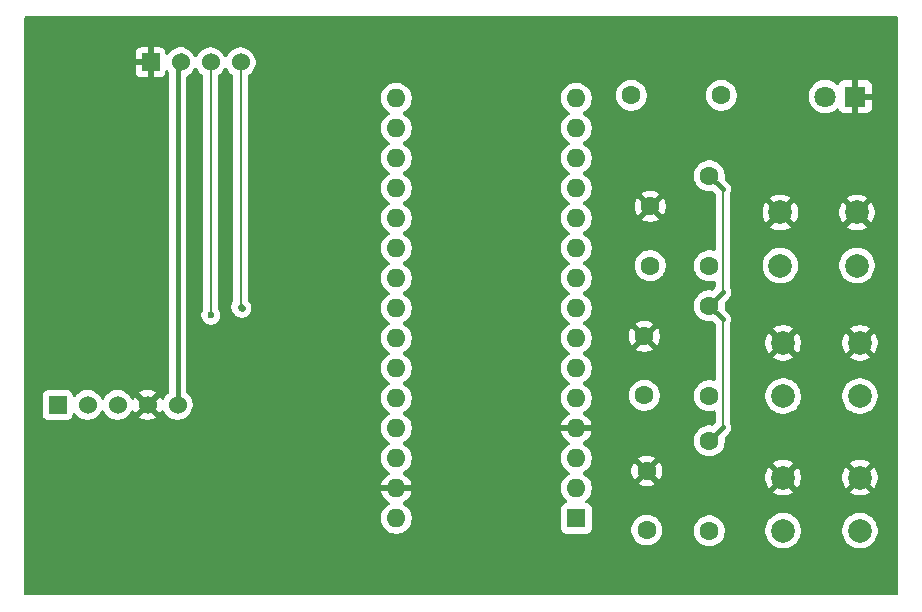
<source format=gbl>
%TF.GenerationSoftware,KiCad,Pcbnew,9.0.6*%
%TF.CreationDate,2026-01-04T15:49:14-06:00*%
%TF.ProjectId,spo2_project,73706f32-5f70-4726-9f6a-6563742e6b69,rev?*%
%TF.SameCoordinates,Original*%
%TF.FileFunction,Copper,L4,Bot*%
%TF.FilePolarity,Positive*%
%FSLAX46Y46*%
G04 Gerber Fmt 4.6, Leading zero omitted, Abs format (unit mm)*
G04 Created by KiCad (PCBNEW 9.0.6) date 2026-01-04 15:49:14*
%MOMM*%
%LPD*%
G01*
G04 APERTURE LIST*
%TA.AperFunction,ComponentPad*%
%ADD10R,1.524000X1.524000*%
%TD*%
%TA.AperFunction,ComponentPad*%
%ADD11C,1.524000*%
%TD*%
%TA.AperFunction,ComponentPad*%
%ADD12C,1.600000*%
%TD*%
%TA.AperFunction,ComponentPad*%
%ADD13R,1.800000X1.800000*%
%TD*%
%TA.AperFunction,ComponentPad*%
%ADD14C,1.800000*%
%TD*%
%TA.AperFunction,ComponentPad*%
%ADD15C,2.000000*%
%TD*%
%TA.AperFunction,ComponentPad*%
%ADD16R,1.600000X1.600000*%
%TD*%
%TA.AperFunction,ComponentPad*%
%ADD17O,1.600000X1.600000*%
%TD*%
%TA.AperFunction,ViaPad*%
%ADD18C,0.600000*%
%TD*%
%TA.AperFunction,Conductor*%
%ADD19C,0.600000*%
%TD*%
%TA.AperFunction,Conductor*%
%ADD20C,0.200000*%
%TD*%
%TA.AperFunction,Conductor*%
%ADD21C,0.400000*%
%TD*%
G04 APERTURE END LIST*
D10*
%TO.P,U1,1,INT*%
%TO.N,unconnected-(U1-INT-Pad1)*%
X84320000Y-101400000D03*
D11*
%TO.P,U1,2,SDA*%
%TO.N,Net-(A1-A4)*%
X86860000Y-101400000D03*
%TO.P,U1,3,SCL*%
%TO.N,Net-(A1-A5)*%
X89400000Y-101400000D03*
%TO.P,U1,4,GND*%
%TO.N,GND*%
X91940000Y-101400000D03*
%TO.P,U1,5,VCC*%
%TO.N,+5V*%
X94480000Y-101400000D03*
%TD*%
D12*
%TO.P,C3,1*%
%TO.N,Net-(A1-D4)*%
X134500000Y-89600000D03*
%TO.P,C3,2*%
%TO.N,GND*%
X134500000Y-84600000D03*
%TD*%
D10*
%TO.P,U2,1,GND*%
%TO.N,GND*%
X92190000Y-72400000D03*
D11*
%TO.P,U2,2,VCC*%
%TO.N,+5V*%
X94730000Y-72400000D03*
%TO.P,U2,3,SCL*%
%TO.N,Net-(A1-A5)*%
X97270000Y-72400000D03*
%TO.P,U2,4,SDA*%
%TO.N,Net-(A1-A4)*%
X99810000Y-72400000D03*
%TD*%
D13*
%TO.P,ALARM,1,K*%
%TO.N,GND*%
X151840000Y-75300000D03*
D14*
%TO.P,ALARM,2,A*%
%TO.N,Net-(D1-A)*%
X149300000Y-75300000D03*
%TD*%
D15*
%TO.P,SW1,1,1*%
%TO.N,GND*%
X145750000Y-107550000D03*
X152250000Y-107550000D03*
%TO.P,SW1,2,2*%
%TO.N,Net-(A1-D2)*%
X145750000Y-112050000D03*
X152250000Y-112050000D03*
%TD*%
D12*
%TO.P,C1,1*%
%TO.N,Net-(A1-D2)*%
X134200000Y-112000000D03*
%TO.P,C1,2*%
%TO.N,GND*%
X134200000Y-107000000D03*
%TD*%
%TO.P,R3,1*%
%TO.N,+5V*%
X139500000Y-82000000D03*
%TO.P,R3,2*%
%TO.N,Net-(A1-D4)*%
X139500000Y-89620000D03*
%TD*%
D16*
%TO.P,A1,1,D1/TX*%
%TO.N,unconnected-(A1-D1{slash}TX-Pad1)*%
X128240000Y-111000000D03*
D17*
%TO.P,A1,2,D0/RX*%
%TO.N,unconnected-(A1-D0{slash}RX-Pad2)*%
X128240000Y-108460000D03*
%TO.P,A1,3,~{RESET}*%
%TO.N,unconnected-(A1-~{RESET}-Pad3)*%
X128240000Y-105920000D03*
%TO.P,A1,4,GND*%
%TO.N,GND*%
X128240000Y-103380000D03*
%TO.P,A1,5,D2*%
%TO.N,Net-(A1-D2)*%
X128240000Y-100840000D03*
%TO.P,A1,6,D3*%
%TO.N,Net-(A1-D3)*%
X128240000Y-98300000D03*
%TO.P,A1,7,D4*%
%TO.N,Net-(A1-D4)*%
X128240000Y-95760000D03*
%TO.P,A1,8,D5*%
%TO.N,unconnected-(A1-D5-Pad8)*%
X128240000Y-93220000D03*
%TO.P,A1,9,D6*%
%TO.N,unconnected-(A1-D6-Pad9)*%
X128240000Y-90680000D03*
%TO.P,A1,10,D7*%
%TO.N,unconnected-(A1-D7-Pad10)*%
X128240000Y-88140000D03*
%TO.P,A1,11,D8*%
%TO.N,unconnected-(A1-D8-Pad11)*%
X128240000Y-85600000D03*
%TO.P,A1,12,D9*%
%TO.N,unconnected-(A1-D9-Pad12)*%
X128240000Y-83060000D03*
%TO.P,A1,13,D10*%
%TO.N,unconnected-(A1-D10-Pad13)*%
X128240000Y-80520000D03*
%TO.P,A1,14,D11*%
%TO.N,unconnected-(A1-D11-Pad14)*%
X128240000Y-77980000D03*
%TO.P,A1,15,D12*%
%TO.N,Net-(A1-D12)*%
X128240000Y-75440000D03*
%TO.P,A1,16,D13*%
%TO.N,unconnected-(A1-D13-Pad16)*%
X113000000Y-75440000D03*
%TO.P,A1,17,3V3*%
%TO.N,unconnected-(A1-3V3-Pad17)*%
X113000000Y-77980000D03*
%TO.P,A1,18,AREF*%
%TO.N,unconnected-(A1-AREF-Pad18)*%
X113000000Y-80520000D03*
%TO.P,A1,19,A0*%
%TO.N,unconnected-(A1-A0-Pad19)*%
X113000000Y-83060000D03*
%TO.P,A1,20,A1*%
%TO.N,unconnected-(A1-A1-Pad20)*%
X113000000Y-85600000D03*
%TO.P,A1,21,A2*%
%TO.N,unconnected-(A1-A2-Pad21)*%
X113000000Y-88140000D03*
%TO.P,A1,22,A3*%
%TO.N,unconnected-(A1-A3-Pad22)*%
X113000000Y-90680000D03*
%TO.P,A1,23,A4*%
%TO.N,Net-(A1-A4)*%
X113000000Y-93220000D03*
%TO.P,A1,24,A5*%
%TO.N,Net-(A1-A5)*%
X113000000Y-95760000D03*
%TO.P,A1,25,A6*%
%TO.N,unconnected-(A1-A6-Pad25)*%
X113000000Y-98300000D03*
%TO.P,A1,26,A7*%
%TO.N,unconnected-(A1-A7-Pad26)*%
X113000000Y-100840000D03*
%TO.P,A1,27,+5V*%
%TO.N,+5V*%
X113000000Y-103380000D03*
%TO.P,A1,28,~{RESET}*%
%TO.N,unconnected-(A1-~{RESET}-Pad28)*%
X113000000Y-105920000D03*
%TO.P,A1,29,GND*%
%TO.N,GND*%
X113000000Y-108460000D03*
%TO.P,A1,30,VIN*%
%TO.N,unconnected-(A1-VIN-Pad30)*%
X113000000Y-111000000D03*
%TD*%
D15*
%TO.P,SW2,1,1*%
%TO.N,GND*%
X145750000Y-96150000D03*
X152250000Y-96150000D03*
%TO.P,SW2,2,2*%
%TO.N,Net-(A1-D3)*%
X145750000Y-100650000D03*
X152250000Y-100650000D03*
%TD*%
D12*
%TO.P,R4,1*%
%TO.N,Net-(A1-D12)*%
X132900000Y-75200000D03*
%TO.P,R4,2*%
%TO.N,Net-(D1-A)*%
X140520000Y-75200000D03*
%TD*%
%TO.P,C2,1*%
%TO.N,Net-(A1-D3)*%
X134000000Y-100600000D03*
%TO.P,C2,2*%
%TO.N,GND*%
X134000000Y-95600000D03*
%TD*%
%TO.P,R1,1*%
%TO.N,+5V*%
X139500000Y-104440000D03*
%TO.P,R1,2*%
%TO.N,Net-(A1-D2)*%
X139500000Y-112060000D03*
%TD*%
%TO.P,R2,1*%
%TO.N,+5V*%
X139500000Y-93000000D03*
%TO.P,R2,2*%
%TO.N,Net-(A1-D3)*%
X139500000Y-100620000D03*
%TD*%
D15*
%TO.P,SW3,1,1*%
%TO.N,GND*%
X145500000Y-85100000D03*
X152000000Y-85100000D03*
%TO.P,SW3,2,2*%
%TO.N,Net-(A1-D4)*%
X145500000Y-89600000D03*
X152000000Y-89600000D03*
%TD*%
D18*
%TO.N,Net-(A1-A4)*%
X99920000Y-93220000D03*
%TO.N,Net-(A1-A5)*%
X97300000Y-93800000D03*
%TD*%
D19*
%TO.N,Net-(A1-A4)*%
X99810000Y-93110000D02*
X99920000Y-93220000D01*
D20*
X99810000Y-71800000D02*
X99810000Y-93110000D01*
%TO.N,Net-(A1-A5)*%
X97270000Y-73070000D02*
X97270000Y-93770000D01*
X97270000Y-93770000D02*
X97300000Y-93800000D01*
D21*
%TO.N,+5V*%
X139500000Y-93000000D02*
X140628000Y-94128000D01*
X139500000Y-82000000D02*
X140628000Y-83128000D01*
X94480000Y-72050000D02*
X94730000Y-71800000D01*
D20*
X140628000Y-94128000D02*
X140628000Y-103312000D01*
D21*
X140628000Y-91872000D02*
X139500000Y-93000000D01*
X140628000Y-103312000D02*
X139500000Y-104440000D01*
D20*
X140628000Y-83128000D02*
X140628000Y-91872000D01*
D21*
X94480000Y-101400000D02*
X94480000Y-72050000D01*
%TD*%
%TA.AperFunction,Conductor*%
%TO.N,GND*%
G36*
X155442539Y-68520185D02*
G01*
X155488294Y-68572989D01*
X155499500Y-68624500D01*
X155499500Y-117375500D01*
X155479815Y-117442539D01*
X155427011Y-117488294D01*
X155375500Y-117499500D01*
X81624500Y-117499500D01*
X81557461Y-117479815D01*
X81511706Y-117427011D01*
X81500500Y-117375500D01*
X81500500Y-100590135D01*
X83057500Y-100590135D01*
X83057500Y-102209870D01*
X83057501Y-102209876D01*
X83063908Y-102269483D01*
X83114202Y-102404328D01*
X83114206Y-102404335D01*
X83200452Y-102519544D01*
X83200455Y-102519547D01*
X83315664Y-102605793D01*
X83315671Y-102605797D01*
X83450517Y-102656091D01*
X83450516Y-102656091D01*
X83457444Y-102656835D01*
X83510127Y-102662500D01*
X85129872Y-102662499D01*
X85189483Y-102656091D01*
X85324331Y-102605796D01*
X85439546Y-102519546D01*
X85525796Y-102404331D01*
X85576091Y-102269483D01*
X85582500Y-102209873D01*
X85582499Y-102171197D01*
X85602182Y-102104161D01*
X85654985Y-102058405D01*
X85724143Y-102048460D01*
X85787699Y-102077483D01*
X85806817Y-102098312D01*
X85819168Y-102115311D01*
X85897019Y-102222464D01*
X86037536Y-102362981D01*
X86198306Y-102479787D01*
X86276333Y-102519544D01*
X86375367Y-102570005D01*
X86375370Y-102570006D01*
X86469866Y-102600709D01*
X86564364Y-102631413D01*
X86760639Y-102662500D01*
X86760640Y-102662500D01*
X86959360Y-102662500D01*
X86959361Y-102662500D01*
X87155636Y-102631413D01*
X87344632Y-102570005D01*
X87521694Y-102479787D01*
X87682464Y-102362981D01*
X87822981Y-102222464D01*
X87939787Y-102061694D01*
X88019515Y-101905218D01*
X88067490Y-101854423D01*
X88135311Y-101837628D01*
X88201446Y-101860165D01*
X88240484Y-101905218D01*
X88320213Y-102061694D01*
X88437019Y-102222464D01*
X88577536Y-102362981D01*
X88738306Y-102479787D01*
X88816333Y-102519544D01*
X88915367Y-102570005D01*
X88915370Y-102570006D01*
X89009866Y-102600709D01*
X89104364Y-102631413D01*
X89300639Y-102662500D01*
X89300640Y-102662500D01*
X89499360Y-102662500D01*
X89499361Y-102662500D01*
X89695636Y-102631413D01*
X89884632Y-102570005D01*
X90061694Y-102479787D01*
X90222464Y-102362981D01*
X90362981Y-102222464D01*
X90479787Y-102061694D01*
X90559796Y-101904667D01*
X90607769Y-101853872D01*
X90675590Y-101837077D01*
X90741725Y-101859614D01*
X90780765Y-101904668D01*
X90860641Y-102061432D01*
X90887730Y-102098715D01*
X90887731Y-102098716D01*
X91559000Y-101427447D01*
X91559000Y-101450160D01*
X91584964Y-101547061D01*
X91635124Y-101633940D01*
X91706060Y-101704876D01*
X91792939Y-101755036D01*
X91889840Y-101781000D01*
X91912553Y-101781000D01*
X91241283Y-102452268D01*
X91241283Y-102452269D01*
X91278567Y-102479358D01*
X91455562Y-102569542D01*
X91644477Y-102630924D01*
X91840679Y-102662000D01*
X92039321Y-102662000D01*
X92235520Y-102630924D01*
X92235523Y-102630924D01*
X92424437Y-102569542D01*
X92601425Y-102479362D01*
X92638716Y-102452268D01*
X91967448Y-101781000D01*
X91990160Y-101781000D01*
X92087061Y-101755036D01*
X92173940Y-101704876D01*
X92244876Y-101633940D01*
X92295036Y-101547061D01*
X92321000Y-101450160D01*
X92321000Y-101427447D01*
X92992268Y-102098715D01*
X93019364Y-102061422D01*
X93099234Y-101904669D01*
X93147208Y-101853872D01*
X93215029Y-101837077D01*
X93281164Y-101859614D01*
X93320203Y-101904667D01*
X93400213Y-102061694D01*
X93517019Y-102222464D01*
X93657536Y-102362981D01*
X93818306Y-102479787D01*
X93896333Y-102519544D01*
X93995367Y-102570005D01*
X93995370Y-102570006D01*
X94089866Y-102600709D01*
X94184364Y-102631413D01*
X94380639Y-102662500D01*
X94380640Y-102662500D01*
X94579360Y-102662500D01*
X94579361Y-102662500D01*
X94775636Y-102631413D01*
X94964632Y-102570005D01*
X95141694Y-102479787D01*
X95302464Y-102362981D01*
X95442981Y-102222464D01*
X95559787Y-102061694D01*
X95650005Y-101884632D01*
X95711413Y-101695636D01*
X95742500Y-101499361D01*
X95742500Y-101300639D01*
X95711413Y-101104364D01*
X95657954Y-100939833D01*
X95650006Y-100915370D01*
X95650005Y-100915367D01*
X95574966Y-100768097D01*
X95559787Y-100738306D01*
X95442981Y-100577536D01*
X95302464Y-100437019D01*
X95231613Y-100385542D01*
X95188949Y-100330214D01*
X95180500Y-100285226D01*
X95180500Y-73663383D01*
X95200185Y-73596344D01*
X95248203Y-73552899D01*
X95391694Y-73479787D01*
X95552464Y-73362981D01*
X95692981Y-73222464D01*
X95809787Y-73061694D01*
X95889515Y-72905218D01*
X95937490Y-72854423D01*
X96005311Y-72837628D01*
X96071446Y-72860165D01*
X96110484Y-72905218D01*
X96190213Y-73061694D01*
X96307019Y-73222464D01*
X96447536Y-73362981D01*
X96608305Y-73479786D01*
X96608309Y-73479789D01*
X96610285Y-73481000D01*
X96610878Y-73481656D01*
X96612248Y-73482651D01*
X96612039Y-73482938D01*
X96657163Y-73532810D01*
X96669500Y-73586730D01*
X96669500Y-93265133D01*
X96649815Y-93332172D01*
X96648626Y-93333987D01*
X96629793Y-93362171D01*
X96590609Y-93420815D01*
X96590602Y-93420828D01*
X96530264Y-93566498D01*
X96530261Y-93566510D01*
X96499500Y-93721153D01*
X96499500Y-93878846D01*
X96530261Y-94033489D01*
X96530264Y-94033501D01*
X96590602Y-94179172D01*
X96590609Y-94179185D01*
X96678210Y-94310288D01*
X96678213Y-94310292D01*
X96789707Y-94421786D01*
X96789711Y-94421789D01*
X96920814Y-94509390D01*
X96920827Y-94509397D01*
X97065977Y-94569519D01*
X97066503Y-94569737D01*
X97208077Y-94597898D01*
X97221153Y-94600499D01*
X97221156Y-94600500D01*
X97221158Y-94600500D01*
X97378844Y-94600500D01*
X97378845Y-94600499D01*
X97533497Y-94569737D01*
X97679179Y-94509394D01*
X97810289Y-94421789D01*
X97921789Y-94310289D01*
X98009394Y-94179179D01*
X98069737Y-94033497D01*
X98100500Y-93878842D01*
X98100500Y-93721158D01*
X98100500Y-93721155D01*
X98100499Y-93721153D01*
X98076238Y-93599185D01*
X98069737Y-93566503D01*
X98041869Y-93499223D01*
X98009397Y-93420827D01*
X98009390Y-93420814D01*
X97921789Y-93289711D01*
X97921786Y-93289707D01*
X97906819Y-93274740D01*
X97873334Y-93213417D01*
X97870500Y-93187059D01*
X97870500Y-73586730D01*
X97890185Y-73519691D01*
X97927866Y-73482808D01*
X97927752Y-73482651D01*
X97928823Y-73481872D01*
X97929715Y-73481000D01*
X97931690Y-73479789D01*
X97931689Y-73479789D01*
X97931694Y-73479787D01*
X98092464Y-73362981D01*
X98232981Y-73222464D01*
X98349787Y-73061694D01*
X98429515Y-72905218D01*
X98477490Y-72854423D01*
X98545311Y-72837628D01*
X98611446Y-72860165D01*
X98650484Y-72905218D01*
X98730213Y-73061694D01*
X98847019Y-73222464D01*
X98987536Y-73362981D01*
X99148305Y-73479786D01*
X99148309Y-73479789D01*
X99150285Y-73481000D01*
X99150878Y-73481656D01*
X99152248Y-73482651D01*
X99152039Y-73482938D01*
X99197163Y-73532810D01*
X99209500Y-73586730D01*
X99209500Y-92530234D01*
X99189815Y-92597273D01*
X99188602Y-92599125D01*
X99100609Y-92730814D01*
X99100602Y-92730827D01*
X99040264Y-92876498D01*
X99040261Y-92876510D01*
X99009500Y-93031153D01*
X99009500Y-93188846D01*
X99040261Y-93343489D01*
X99040264Y-93343501D01*
X99100602Y-93489172D01*
X99100609Y-93489185D01*
X99188209Y-93620287D01*
X99188210Y-93620288D01*
X99188211Y-93620289D01*
X99298211Y-93730289D01*
X99364111Y-93796189D01*
X99409712Y-93841790D01*
X99499239Y-93901610D01*
X99540821Y-93929394D01*
X99643833Y-93972062D01*
X99686502Y-93989737D01*
X99841152Y-94020499D01*
X99841155Y-94020500D01*
X99841157Y-94020500D01*
X99998844Y-94020500D01*
X99998845Y-94020499D01*
X100153497Y-93989737D01*
X100299179Y-93929394D01*
X100430289Y-93841789D01*
X100541789Y-93730289D01*
X100629394Y-93599179D01*
X100689737Y-93453497D01*
X100720500Y-93298842D01*
X100720500Y-93141158D01*
X100698620Y-93031158D01*
X100689737Y-92986502D01*
X100672062Y-92943833D01*
X100652932Y-92897649D01*
X100629397Y-92840828D01*
X100629396Y-92840827D01*
X100629394Y-92840821D01*
X100589376Y-92780930D01*
X100541789Y-92709710D01*
X100446819Y-92614740D01*
X100413334Y-92553417D01*
X100410500Y-92527059D01*
X100410500Y-75337648D01*
X111699500Y-75337648D01*
X111699500Y-75542351D01*
X111731522Y-75744534D01*
X111794781Y-75939223D01*
X111887715Y-76121613D01*
X112008028Y-76287213D01*
X112152786Y-76431971D01*
X112307749Y-76544556D01*
X112318390Y-76552287D01*
X112407901Y-76597895D01*
X112411080Y-76599515D01*
X112461876Y-76647490D01*
X112478671Y-76715311D01*
X112456134Y-76781446D01*
X112411080Y-76820485D01*
X112318386Y-76867715D01*
X112152786Y-76988028D01*
X112008028Y-77132786D01*
X111887715Y-77298386D01*
X111794781Y-77480776D01*
X111731522Y-77675465D01*
X111699500Y-77877648D01*
X111699500Y-78082351D01*
X111731522Y-78284534D01*
X111794781Y-78479223D01*
X111887715Y-78661613D01*
X112008028Y-78827213D01*
X112152786Y-78971971D01*
X112307749Y-79084556D01*
X112318390Y-79092287D01*
X112409840Y-79138883D01*
X112411080Y-79139515D01*
X112461876Y-79187490D01*
X112478671Y-79255311D01*
X112456134Y-79321446D01*
X112411080Y-79360485D01*
X112318386Y-79407715D01*
X112152786Y-79528028D01*
X112008028Y-79672786D01*
X111887715Y-79838386D01*
X111794781Y-80020776D01*
X111731522Y-80215465D01*
X111699500Y-80417648D01*
X111699500Y-80622351D01*
X111731522Y-80824534D01*
X111794781Y-81019223D01*
X111887715Y-81201613D01*
X112008028Y-81367213D01*
X112152786Y-81511971D01*
X112307749Y-81624556D01*
X112318390Y-81632287D01*
X112409840Y-81678883D01*
X112411080Y-81679515D01*
X112461876Y-81727490D01*
X112478671Y-81795311D01*
X112456134Y-81861446D01*
X112411080Y-81900485D01*
X112318386Y-81947715D01*
X112152786Y-82068028D01*
X112008028Y-82212786D01*
X111887715Y-82378386D01*
X111794781Y-82560776D01*
X111731522Y-82755465D01*
X111699500Y-82957648D01*
X111699500Y-83162351D01*
X111731522Y-83364534D01*
X111794781Y-83559223D01*
X111858691Y-83684653D01*
X111871554Y-83709897D01*
X111887715Y-83741613D01*
X112008028Y-83907213D01*
X112152786Y-84051971D01*
X112307749Y-84164556D01*
X112318390Y-84172287D01*
X112409840Y-84218883D01*
X112411080Y-84219515D01*
X112461876Y-84267490D01*
X112478671Y-84335311D01*
X112456134Y-84401446D01*
X112411080Y-84440485D01*
X112318386Y-84487715D01*
X112152786Y-84608028D01*
X112008028Y-84752786D01*
X111887715Y-84918386D01*
X111794781Y-85100776D01*
X111731522Y-85295465D01*
X111699500Y-85497648D01*
X111699500Y-85702351D01*
X111731522Y-85904534D01*
X111794781Y-86099223D01*
X111887715Y-86281613D01*
X112008028Y-86447213D01*
X112152786Y-86591971D01*
X112307749Y-86704556D01*
X112318390Y-86712287D01*
X112409840Y-86758883D01*
X112411080Y-86759515D01*
X112461876Y-86807490D01*
X112478671Y-86875311D01*
X112456134Y-86941446D01*
X112411080Y-86980485D01*
X112318386Y-87027715D01*
X112152786Y-87148028D01*
X112008028Y-87292786D01*
X111887715Y-87458386D01*
X111794781Y-87640776D01*
X111731522Y-87835465D01*
X111699500Y-88037648D01*
X111699500Y-88242351D01*
X111731522Y-88444534D01*
X111794781Y-88639223D01*
X111852643Y-88752781D01*
X111883614Y-88813566D01*
X111887715Y-88821613D01*
X112008028Y-88987213D01*
X112152786Y-89131971D01*
X112307749Y-89244556D01*
X112318390Y-89252287D01*
X112409840Y-89298883D01*
X112411080Y-89299515D01*
X112461876Y-89347490D01*
X112478671Y-89415311D01*
X112456134Y-89481446D01*
X112411080Y-89520485D01*
X112318386Y-89567715D01*
X112152786Y-89688028D01*
X112008028Y-89832786D01*
X111887715Y-89998386D01*
X111794781Y-90180776D01*
X111731522Y-90375465D01*
X111699500Y-90577648D01*
X111699500Y-90782351D01*
X111731522Y-90984534D01*
X111794781Y-91179223D01*
X111887715Y-91361613D01*
X112008028Y-91527213D01*
X112152786Y-91671971D01*
X112307749Y-91784556D01*
X112318390Y-91792287D01*
X112409840Y-91838883D01*
X112411080Y-91839515D01*
X112461876Y-91887490D01*
X112478671Y-91955311D01*
X112456134Y-92021446D01*
X112411080Y-92060485D01*
X112318386Y-92107715D01*
X112152786Y-92228028D01*
X112008028Y-92372786D01*
X111887715Y-92538386D01*
X111794781Y-92720776D01*
X111731522Y-92915465D01*
X111699500Y-93117648D01*
X111699500Y-93322351D01*
X111731522Y-93524534D01*
X111794781Y-93719223D01*
X111887715Y-93901613D01*
X112008028Y-94067213D01*
X112152786Y-94211971D01*
X112288112Y-94310289D01*
X112318390Y-94332287D01*
X112409840Y-94378883D01*
X112411080Y-94379515D01*
X112461876Y-94427490D01*
X112478671Y-94495311D01*
X112456134Y-94561446D01*
X112411080Y-94600485D01*
X112318386Y-94647715D01*
X112152786Y-94768028D01*
X112008028Y-94912786D01*
X111887715Y-95078386D01*
X111794781Y-95260776D01*
X111731522Y-95455465D01*
X111699500Y-95657648D01*
X111699500Y-95862351D01*
X111731522Y-96064534D01*
X111794781Y-96259223D01*
X111887715Y-96441613D01*
X112008028Y-96607213D01*
X112152786Y-96751971D01*
X112307749Y-96864556D01*
X112318390Y-96872287D01*
X112409840Y-96918883D01*
X112411080Y-96919515D01*
X112461876Y-96967490D01*
X112478671Y-97035311D01*
X112456134Y-97101446D01*
X112411080Y-97140485D01*
X112318386Y-97187715D01*
X112152786Y-97308028D01*
X112008028Y-97452786D01*
X111887715Y-97618386D01*
X111794781Y-97800776D01*
X111731522Y-97995465D01*
X111699500Y-98197648D01*
X111699500Y-98402351D01*
X111731522Y-98604534D01*
X111794781Y-98799223D01*
X111887715Y-98981613D01*
X112008028Y-99147213D01*
X112152786Y-99291971D01*
X112268493Y-99376035D01*
X112318390Y-99412287D01*
X112409840Y-99458883D01*
X112411080Y-99459515D01*
X112461876Y-99507490D01*
X112478671Y-99575311D01*
X112456134Y-99641446D01*
X112411080Y-99680485D01*
X112318386Y-99727715D01*
X112152786Y-99848028D01*
X112008028Y-99992786D01*
X111887715Y-100158386D01*
X111794781Y-100340776D01*
X111731522Y-100535465D01*
X111699500Y-100737648D01*
X111699500Y-100942351D01*
X111731522Y-101144534D01*
X111794781Y-101339223D01*
X111887715Y-101521613D01*
X112008028Y-101687213D01*
X112152786Y-101831971D01*
X112307749Y-101944556D01*
X112318390Y-101952287D01*
X112409840Y-101998883D01*
X112411080Y-101999515D01*
X112461876Y-102047490D01*
X112478671Y-102115311D01*
X112456134Y-102181446D01*
X112411080Y-102220485D01*
X112318386Y-102267715D01*
X112152786Y-102388028D01*
X112008028Y-102532786D01*
X111887715Y-102698386D01*
X111794781Y-102880776D01*
X111731522Y-103075465D01*
X111699500Y-103277648D01*
X111699500Y-103482351D01*
X111731522Y-103684534D01*
X111794781Y-103879223D01*
X111887715Y-104061613D01*
X112008028Y-104227213D01*
X112152786Y-104371971D01*
X112307749Y-104484556D01*
X112318390Y-104492287D01*
X112409840Y-104538883D01*
X112411080Y-104539515D01*
X112461876Y-104587490D01*
X112478671Y-104655311D01*
X112456134Y-104721446D01*
X112411080Y-104760485D01*
X112318386Y-104807715D01*
X112152786Y-104928028D01*
X112008028Y-105072786D01*
X111887715Y-105238386D01*
X111794781Y-105420776D01*
X111731522Y-105615465D01*
X111699500Y-105817648D01*
X111699500Y-106022351D01*
X111731522Y-106224534D01*
X111794781Y-106419223D01*
X111887715Y-106601613D01*
X112008028Y-106767213D01*
X112152786Y-106911971D01*
X112307749Y-107024556D01*
X112318390Y-107032287D01*
X112390424Y-107068990D01*
X112411629Y-107079795D01*
X112462425Y-107127770D01*
X112479220Y-107195591D01*
X112456682Y-107261726D01*
X112411629Y-107300765D01*
X112318650Y-107348140D01*
X112153105Y-107468417D01*
X112153104Y-107468417D01*
X112008417Y-107613104D01*
X112008417Y-107613105D01*
X111888140Y-107778650D01*
X111795244Y-107960970D01*
X111732009Y-108155586D01*
X111723391Y-108210000D01*
X112566988Y-108210000D01*
X112534075Y-108267007D01*
X112500000Y-108394174D01*
X112500000Y-108525826D01*
X112534075Y-108652993D01*
X112566988Y-108710000D01*
X111723391Y-108710000D01*
X111732009Y-108764413D01*
X111795244Y-108959029D01*
X111888140Y-109141349D01*
X112008417Y-109306894D01*
X112008417Y-109306895D01*
X112153104Y-109451582D01*
X112318652Y-109571861D01*
X112411628Y-109619234D01*
X112462425Y-109667208D01*
X112479220Y-109735029D01*
X112456683Y-109801164D01*
X112411630Y-109840203D01*
X112318388Y-109887713D01*
X112152786Y-110008028D01*
X112008028Y-110152786D01*
X111887715Y-110318386D01*
X111794781Y-110500776D01*
X111731522Y-110695465D01*
X111699500Y-110897648D01*
X111699500Y-111102351D01*
X111731522Y-111304534D01*
X111794781Y-111499223D01*
X111887715Y-111681613D01*
X112008028Y-111847213D01*
X112152786Y-111991971D01*
X112307749Y-112104556D01*
X112318390Y-112112287D01*
X112407212Y-112157544D01*
X112500776Y-112205218D01*
X112500778Y-112205218D01*
X112500781Y-112205220D01*
X112605137Y-112239127D01*
X112695465Y-112268477D01*
X112796557Y-112284488D01*
X112897648Y-112300500D01*
X112897649Y-112300500D01*
X113102351Y-112300500D01*
X113102352Y-112300500D01*
X113304534Y-112268477D01*
X113499219Y-112205220D01*
X113681610Y-112112287D01*
X113777901Y-112042328D01*
X113847213Y-111991971D01*
X113847215Y-111991968D01*
X113847219Y-111991966D01*
X113991966Y-111847219D01*
X113991968Y-111847215D01*
X113991971Y-111847213D01*
X114058628Y-111755466D01*
X114112287Y-111681610D01*
X114205220Y-111499219D01*
X114268477Y-111304534D01*
X114300500Y-111102352D01*
X114300500Y-110897648D01*
X114268477Y-110695466D01*
X114205220Y-110500781D01*
X114205218Y-110500778D01*
X114205218Y-110500776D01*
X114171503Y-110434607D01*
X114112287Y-110318390D01*
X114104556Y-110307749D01*
X113991971Y-110152786D01*
X113847213Y-110008028D01*
X113681611Y-109887713D01*
X113588369Y-109840203D01*
X113537574Y-109792229D01*
X113520779Y-109724407D01*
X113543317Y-109658273D01*
X113588371Y-109619234D01*
X113681347Y-109571861D01*
X113846894Y-109451582D01*
X113846895Y-109451582D01*
X113991582Y-109306895D01*
X113991582Y-109306894D01*
X114111859Y-109141349D01*
X114204755Y-108959029D01*
X114267990Y-108764413D01*
X114276609Y-108710000D01*
X113433012Y-108710000D01*
X113465925Y-108652993D01*
X113500000Y-108525826D01*
X113500000Y-108394174D01*
X113465925Y-108267007D01*
X113433012Y-108210000D01*
X114276609Y-108210000D01*
X114267990Y-108155586D01*
X114204755Y-107960970D01*
X114111859Y-107778650D01*
X113991582Y-107613105D01*
X113991582Y-107613104D01*
X113846895Y-107468417D01*
X113681349Y-107348140D01*
X113588370Y-107300765D01*
X113537574Y-107252790D01*
X113520779Y-107184969D01*
X113543316Y-107118835D01*
X113588370Y-107079795D01*
X113588920Y-107079515D01*
X113681610Y-107032287D01*
X113798532Y-106947339D01*
X113847213Y-106911971D01*
X113847215Y-106911968D01*
X113847219Y-106911966D01*
X113991966Y-106767219D01*
X113991968Y-106767215D01*
X113991971Y-106767213D01*
X114079712Y-106646446D01*
X114112287Y-106601610D01*
X114205220Y-106419219D01*
X114268477Y-106224534D01*
X114300500Y-106022352D01*
X114300500Y-105817648D01*
X114268477Y-105615465D01*
X114205218Y-105420776D01*
X114171503Y-105354607D01*
X114112287Y-105238390D01*
X114104556Y-105227749D01*
X113991971Y-105072786D01*
X113847213Y-104928028D01*
X113681614Y-104807715D01*
X113675006Y-104804348D01*
X113588917Y-104760483D01*
X113538123Y-104712511D01*
X113521328Y-104644690D01*
X113543865Y-104578555D01*
X113588917Y-104539516D01*
X113681610Y-104492287D01*
X113702770Y-104476913D01*
X113847213Y-104371971D01*
X113847215Y-104371968D01*
X113847219Y-104371966D01*
X113991966Y-104227219D01*
X113991968Y-104227215D01*
X113991971Y-104227213D01*
X114058628Y-104135466D01*
X114112287Y-104061610D01*
X114205220Y-103879219D01*
X114268477Y-103684534D01*
X114300500Y-103482352D01*
X114300500Y-103277648D01*
X114278619Y-103139500D01*
X114268477Y-103075465D01*
X114215438Y-102912230D01*
X114205220Y-102880781D01*
X114205218Y-102880778D01*
X114205218Y-102880776D01*
X114112419Y-102698650D01*
X114112287Y-102698390D01*
X114086210Y-102662498D01*
X113991971Y-102532786D01*
X113847213Y-102388028D01*
X113681614Y-102267715D01*
X113675006Y-102264348D01*
X113588917Y-102220483D01*
X113538123Y-102172511D01*
X113521328Y-102104690D01*
X113543865Y-102038555D01*
X113588917Y-101999516D01*
X113681610Y-101952287D01*
X113707686Y-101933342D01*
X113847213Y-101831971D01*
X113847215Y-101831968D01*
X113847219Y-101831966D01*
X113991966Y-101687219D01*
X113991968Y-101687215D01*
X113991971Y-101687213D01*
X114061171Y-101591966D01*
X114112287Y-101521610D01*
X114205220Y-101339219D01*
X114268477Y-101144534D01*
X114300500Y-100942352D01*
X114300500Y-100737648D01*
X114268477Y-100535466D01*
X114205220Y-100340781D01*
X114205218Y-100340778D01*
X114205218Y-100340776D01*
X114149007Y-100230457D01*
X114112287Y-100158390D01*
X114070432Y-100100781D01*
X113991971Y-99992786D01*
X113847213Y-99848028D01*
X113681614Y-99727715D01*
X113675006Y-99724348D01*
X113588917Y-99680483D01*
X113538123Y-99632511D01*
X113521328Y-99564690D01*
X113543865Y-99498555D01*
X113588917Y-99459516D01*
X113681610Y-99412287D01*
X113731507Y-99376035D01*
X113847213Y-99291971D01*
X113847215Y-99291968D01*
X113847219Y-99291966D01*
X113991966Y-99147219D01*
X113991968Y-99147215D01*
X113991971Y-99147213D01*
X114044732Y-99074590D01*
X114112287Y-98981610D01*
X114205220Y-98799219D01*
X114268477Y-98604534D01*
X114300500Y-98402352D01*
X114300500Y-98197648D01*
X114268477Y-97995466D01*
X114205220Y-97800781D01*
X114205218Y-97800778D01*
X114205218Y-97800776D01*
X114171503Y-97734607D01*
X114112287Y-97618390D01*
X114055408Y-97540102D01*
X113991971Y-97452786D01*
X113847213Y-97308028D01*
X113681614Y-97187715D01*
X113675006Y-97184348D01*
X113588917Y-97140483D01*
X113538123Y-97092511D01*
X113521328Y-97024690D01*
X113543865Y-96958555D01*
X113588917Y-96919516D01*
X113681610Y-96872287D01*
X113774561Y-96804755D01*
X113847213Y-96751971D01*
X113847215Y-96751968D01*
X113847219Y-96751966D01*
X113991966Y-96607219D01*
X113991968Y-96607215D01*
X113991971Y-96607213D01*
X114067282Y-96503554D01*
X114112287Y-96441610D01*
X114205220Y-96259219D01*
X114268477Y-96064534D01*
X114300500Y-95862352D01*
X114300500Y-95657648D01*
X114297306Y-95637482D01*
X114268477Y-95455465D01*
X114235637Y-95354394D01*
X114205220Y-95260781D01*
X114205218Y-95260778D01*
X114205218Y-95260776D01*
X114171503Y-95194607D01*
X114112287Y-95078390D01*
X114104556Y-95067749D01*
X113991971Y-94912786D01*
X113847213Y-94768028D01*
X113681614Y-94647715D01*
X113675006Y-94644348D01*
X113588917Y-94600483D01*
X113538123Y-94552511D01*
X113521328Y-94484690D01*
X113543865Y-94418555D01*
X113588917Y-94379516D01*
X113681610Y-94332287D01*
X113711889Y-94310288D01*
X113847213Y-94211971D01*
X113847215Y-94211968D01*
X113847219Y-94211966D01*
X113991966Y-94067219D01*
X113991968Y-94067215D01*
X113991971Y-94067213D01*
X114048259Y-93989738D01*
X114112287Y-93901610D01*
X114205220Y-93719219D01*
X114268477Y-93524534D01*
X114300500Y-93322352D01*
X114300500Y-93117648D01*
X114268477Y-92915466D01*
X114255819Y-92876510D01*
X114239127Y-92825137D01*
X114205220Y-92720781D01*
X114205218Y-92720778D01*
X114205218Y-92720776D01*
X114151189Y-92614740D01*
X114112287Y-92538390D01*
X114084959Y-92500776D01*
X113991971Y-92372786D01*
X113847213Y-92228028D01*
X113681614Y-92107715D01*
X113620021Y-92076332D01*
X113588917Y-92060483D01*
X113538123Y-92012511D01*
X113521328Y-91944690D01*
X113543865Y-91878555D01*
X113588917Y-91839516D01*
X113681610Y-91792287D01*
X113702770Y-91776913D01*
X113847213Y-91671971D01*
X113847215Y-91671968D01*
X113847219Y-91671966D01*
X113991966Y-91527219D01*
X113991968Y-91527215D01*
X113991971Y-91527213D01*
X114062250Y-91430480D01*
X114112287Y-91361610D01*
X114205220Y-91179219D01*
X114268477Y-90984534D01*
X114300500Y-90782352D01*
X114300500Y-90577648D01*
X114300478Y-90577510D01*
X114268477Y-90375465D01*
X114205218Y-90180776D01*
X114163662Y-90099219D01*
X114112287Y-89998390D01*
X114058628Y-89924534D01*
X113991971Y-89832786D01*
X113847213Y-89688028D01*
X113681614Y-89567715D01*
X113675006Y-89564348D01*
X113588917Y-89520483D01*
X113538123Y-89472511D01*
X113521328Y-89404690D01*
X113543865Y-89338555D01*
X113588917Y-89299516D01*
X113681610Y-89252287D01*
X113702770Y-89236913D01*
X113847213Y-89131971D01*
X113847215Y-89131968D01*
X113847219Y-89131966D01*
X113991966Y-88987219D01*
X113991968Y-88987215D01*
X113991971Y-88987213D01*
X114044732Y-88914590D01*
X114112287Y-88821610D01*
X114205220Y-88639219D01*
X114268477Y-88444534D01*
X114300500Y-88242352D01*
X114300500Y-88037648D01*
X114268477Y-87835466D01*
X114205220Y-87640781D01*
X114205218Y-87640778D01*
X114205218Y-87640776D01*
X114171503Y-87574607D01*
X114112287Y-87458390D01*
X114104556Y-87447749D01*
X113991971Y-87292786D01*
X113847213Y-87148028D01*
X113681614Y-87027715D01*
X113675006Y-87024348D01*
X113588917Y-86980483D01*
X113538123Y-86932511D01*
X113521328Y-86864690D01*
X113543865Y-86798555D01*
X113588917Y-86759516D01*
X113681610Y-86712287D01*
X113702770Y-86696913D01*
X113847213Y-86591971D01*
X113847215Y-86591968D01*
X113847219Y-86591966D01*
X113991966Y-86447219D01*
X113991968Y-86447215D01*
X113991971Y-86447213D01*
X114082464Y-86322658D01*
X114112287Y-86281610D01*
X114205220Y-86099219D01*
X114268477Y-85904534D01*
X114300500Y-85702352D01*
X114300500Y-85497648D01*
X114268477Y-85295466D01*
X114263893Y-85281359D01*
X114205218Y-85100776D01*
X114130203Y-84953553D01*
X114112287Y-84918390D01*
X114102135Y-84904417D01*
X113991971Y-84752786D01*
X113847213Y-84608028D01*
X113681614Y-84487715D01*
X113598970Y-84445606D01*
X113588917Y-84440483D01*
X113538123Y-84392511D01*
X113521328Y-84324690D01*
X113543865Y-84258555D01*
X113588917Y-84219516D01*
X113681610Y-84172287D01*
X113779773Y-84100968D01*
X113847213Y-84051971D01*
X113847215Y-84051968D01*
X113847219Y-84051966D01*
X113991966Y-83907219D01*
X113991968Y-83907215D01*
X113991971Y-83907213D01*
X114057452Y-83817084D01*
X114112287Y-83741610D01*
X114205220Y-83559219D01*
X114268477Y-83364534D01*
X114300500Y-83162352D01*
X114300500Y-82957648D01*
X114295118Y-82923667D01*
X114268477Y-82755465D01*
X114205218Y-82560776D01*
X114171503Y-82494607D01*
X114112287Y-82378390D01*
X114104556Y-82367749D01*
X113991971Y-82212786D01*
X113847213Y-82068028D01*
X113681614Y-81947715D01*
X113675006Y-81944348D01*
X113588917Y-81900483D01*
X113538123Y-81852511D01*
X113521328Y-81784690D01*
X113543865Y-81718555D01*
X113588917Y-81679516D01*
X113681610Y-81632287D01*
X113702770Y-81616913D01*
X113847213Y-81511971D01*
X113847215Y-81511968D01*
X113847219Y-81511966D01*
X113991966Y-81367219D01*
X113991968Y-81367215D01*
X113991971Y-81367213D01*
X114044732Y-81294590D01*
X114112287Y-81201610D01*
X114205220Y-81019219D01*
X114268477Y-80824534D01*
X114300500Y-80622352D01*
X114300500Y-80417648D01*
X114268477Y-80215466D01*
X114205220Y-80020781D01*
X114205218Y-80020778D01*
X114205218Y-80020776D01*
X114171503Y-79954607D01*
X114112287Y-79838390D01*
X114104556Y-79827749D01*
X113991971Y-79672786D01*
X113847213Y-79528028D01*
X113681614Y-79407715D01*
X113675006Y-79404348D01*
X113588917Y-79360483D01*
X113538123Y-79312511D01*
X113521328Y-79244690D01*
X113543865Y-79178555D01*
X113588917Y-79139516D01*
X113681610Y-79092287D01*
X113702770Y-79076913D01*
X113847213Y-78971971D01*
X113847215Y-78971968D01*
X113847219Y-78971966D01*
X113991966Y-78827219D01*
X113991968Y-78827215D01*
X113991971Y-78827213D01*
X114044732Y-78754590D01*
X114112287Y-78661610D01*
X114205220Y-78479219D01*
X114268477Y-78284534D01*
X114300500Y-78082352D01*
X114300500Y-77877648D01*
X114268477Y-77675466D01*
X114205220Y-77480781D01*
X114205218Y-77480778D01*
X114205218Y-77480776D01*
X114171503Y-77414607D01*
X114112287Y-77298390D01*
X114104556Y-77287749D01*
X113991971Y-77132786D01*
X113847213Y-76988028D01*
X113681614Y-76867715D01*
X113675006Y-76864348D01*
X113588917Y-76820483D01*
X113538123Y-76772511D01*
X113521328Y-76704690D01*
X113543865Y-76638555D01*
X113588917Y-76599516D01*
X113681610Y-76552287D01*
X113702770Y-76536913D01*
X113847213Y-76431971D01*
X113847215Y-76431968D01*
X113847219Y-76431966D01*
X113991966Y-76287219D01*
X113991968Y-76287215D01*
X113991971Y-76287213D01*
X114061171Y-76191966D01*
X114112287Y-76121610D01*
X114205220Y-75939219D01*
X114268477Y-75744534D01*
X114300500Y-75542352D01*
X114300500Y-75337648D01*
X126939500Y-75337648D01*
X126939500Y-75542351D01*
X126971522Y-75744534D01*
X127034781Y-75939223D01*
X127127715Y-76121613D01*
X127248028Y-76287213D01*
X127392786Y-76431971D01*
X127547749Y-76544556D01*
X127558390Y-76552287D01*
X127647901Y-76597895D01*
X127651080Y-76599515D01*
X127701876Y-76647490D01*
X127718671Y-76715311D01*
X127696134Y-76781446D01*
X127651080Y-76820485D01*
X127558386Y-76867715D01*
X127392786Y-76988028D01*
X127248028Y-77132786D01*
X127127715Y-77298386D01*
X127034781Y-77480776D01*
X126971522Y-77675465D01*
X126939500Y-77877648D01*
X126939500Y-78082351D01*
X126971522Y-78284534D01*
X127034781Y-78479223D01*
X127127715Y-78661613D01*
X127248028Y-78827213D01*
X127392786Y-78971971D01*
X127547749Y-79084556D01*
X127558390Y-79092287D01*
X127649840Y-79138883D01*
X127651080Y-79139515D01*
X127701876Y-79187490D01*
X127718671Y-79255311D01*
X127696134Y-79321446D01*
X127651080Y-79360485D01*
X127558386Y-79407715D01*
X127392786Y-79528028D01*
X127248028Y-79672786D01*
X127127715Y-79838386D01*
X127034781Y-80020776D01*
X126971522Y-80215465D01*
X126939500Y-80417648D01*
X126939500Y-80622351D01*
X126971522Y-80824534D01*
X127034781Y-81019223D01*
X127127715Y-81201613D01*
X127248028Y-81367213D01*
X127392786Y-81511971D01*
X127547749Y-81624556D01*
X127558390Y-81632287D01*
X127649840Y-81678883D01*
X127651080Y-81679515D01*
X127701876Y-81727490D01*
X127718671Y-81795311D01*
X127696134Y-81861446D01*
X127651080Y-81900485D01*
X127558386Y-81947715D01*
X127392786Y-82068028D01*
X127248028Y-82212786D01*
X127127715Y-82378386D01*
X127034781Y-82560776D01*
X126971522Y-82755465D01*
X126939500Y-82957648D01*
X126939500Y-83162351D01*
X126971522Y-83364534D01*
X127034781Y-83559223D01*
X127098691Y-83684653D01*
X127111554Y-83709897D01*
X127127715Y-83741613D01*
X127248028Y-83907213D01*
X127392786Y-84051971D01*
X127547749Y-84164556D01*
X127558390Y-84172287D01*
X127649840Y-84218883D01*
X127651080Y-84219515D01*
X127701876Y-84267490D01*
X127718671Y-84335311D01*
X127696134Y-84401446D01*
X127651080Y-84440485D01*
X127558386Y-84487715D01*
X127392786Y-84608028D01*
X127248028Y-84752786D01*
X127127715Y-84918386D01*
X127034781Y-85100776D01*
X126971522Y-85295465D01*
X126939500Y-85497648D01*
X126939500Y-85702351D01*
X126971522Y-85904534D01*
X127034781Y-86099223D01*
X127127715Y-86281613D01*
X127248028Y-86447213D01*
X127392786Y-86591971D01*
X127547749Y-86704556D01*
X127558390Y-86712287D01*
X127649840Y-86758883D01*
X127651080Y-86759515D01*
X127701876Y-86807490D01*
X127718671Y-86875311D01*
X127696134Y-86941446D01*
X127651080Y-86980485D01*
X127558386Y-87027715D01*
X127392786Y-87148028D01*
X127248028Y-87292786D01*
X127127715Y-87458386D01*
X127034781Y-87640776D01*
X126971522Y-87835465D01*
X126939500Y-88037648D01*
X126939500Y-88242351D01*
X126971522Y-88444534D01*
X127034781Y-88639223D01*
X127092643Y-88752781D01*
X127123614Y-88813566D01*
X127127715Y-88821613D01*
X127248028Y-88987213D01*
X127392786Y-89131971D01*
X127547749Y-89244556D01*
X127558390Y-89252287D01*
X127649840Y-89298883D01*
X127651080Y-89299515D01*
X127701876Y-89347490D01*
X127718671Y-89415311D01*
X127696134Y-89481446D01*
X127651080Y-89520485D01*
X127558386Y-89567715D01*
X127392786Y-89688028D01*
X127248028Y-89832786D01*
X127127715Y-89998386D01*
X127034781Y-90180776D01*
X126971522Y-90375465D01*
X126939500Y-90577648D01*
X126939500Y-90782351D01*
X126971522Y-90984534D01*
X127034781Y-91179223D01*
X127127715Y-91361613D01*
X127248028Y-91527213D01*
X127392786Y-91671971D01*
X127547749Y-91784556D01*
X127558390Y-91792287D01*
X127649840Y-91838883D01*
X127651080Y-91839515D01*
X127701876Y-91887490D01*
X127718671Y-91955311D01*
X127696134Y-92021446D01*
X127651080Y-92060485D01*
X127558386Y-92107715D01*
X127392786Y-92228028D01*
X127248028Y-92372786D01*
X127127715Y-92538386D01*
X127034781Y-92720776D01*
X126971522Y-92915465D01*
X126939500Y-93117648D01*
X126939500Y-93322351D01*
X126971522Y-93524534D01*
X127034781Y-93719223D01*
X127127715Y-93901613D01*
X127248028Y-94067213D01*
X127392786Y-94211971D01*
X127528112Y-94310289D01*
X127558390Y-94332287D01*
X127649840Y-94378883D01*
X127651080Y-94379515D01*
X127701876Y-94427490D01*
X127718671Y-94495311D01*
X127696134Y-94561446D01*
X127651080Y-94600485D01*
X127558386Y-94647715D01*
X127392786Y-94768028D01*
X127248028Y-94912786D01*
X127127715Y-95078386D01*
X127034781Y-95260776D01*
X126971522Y-95455465D01*
X126939500Y-95657648D01*
X126939500Y-95862351D01*
X126971522Y-96064534D01*
X127034781Y-96259223D01*
X127127715Y-96441613D01*
X127248028Y-96607213D01*
X127392786Y-96751971D01*
X127547749Y-96864556D01*
X127558390Y-96872287D01*
X127649840Y-96918883D01*
X127651080Y-96919515D01*
X127701876Y-96967490D01*
X127718671Y-97035311D01*
X127696134Y-97101446D01*
X127651080Y-97140485D01*
X127558386Y-97187715D01*
X127392786Y-97308028D01*
X127248028Y-97452786D01*
X127127715Y-97618386D01*
X127034781Y-97800776D01*
X126971522Y-97995465D01*
X126939500Y-98197648D01*
X126939500Y-98402351D01*
X126971522Y-98604534D01*
X127034781Y-98799223D01*
X127127715Y-98981613D01*
X127248028Y-99147213D01*
X127392786Y-99291971D01*
X127508493Y-99376035D01*
X127558390Y-99412287D01*
X127649840Y-99458883D01*
X127651080Y-99459515D01*
X127701876Y-99507490D01*
X127718671Y-99575311D01*
X127696134Y-99641446D01*
X127651080Y-99680485D01*
X127558386Y-99727715D01*
X127392786Y-99848028D01*
X127248028Y-99992786D01*
X127127715Y-100158386D01*
X127034781Y-100340776D01*
X126971522Y-100535465D01*
X126939500Y-100737648D01*
X126939500Y-100942351D01*
X126971522Y-101144534D01*
X127034781Y-101339223D01*
X127127715Y-101521613D01*
X127248028Y-101687213D01*
X127392786Y-101831971D01*
X127547749Y-101944556D01*
X127558390Y-101952287D01*
X127625933Y-101986702D01*
X127651629Y-101999795D01*
X127702425Y-102047770D01*
X127719220Y-102115591D01*
X127696682Y-102181726D01*
X127651629Y-102220765D01*
X127558650Y-102268140D01*
X127393105Y-102388417D01*
X127393104Y-102388417D01*
X127248417Y-102533104D01*
X127248417Y-102533105D01*
X127128140Y-102698650D01*
X127035244Y-102880970D01*
X126972009Y-103075586D01*
X126963391Y-103130000D01*
X127806988Y-103130000D01*
X127774075Y-103187007D01*
X127740000Y-103314174D01*
X127740000Y-103445826D01*
X127774075Y-103572993D01*
X127806988Y-103630000D01*
X126963391Y-103630000D01*
X126972009Y-103684413D01*
X127035244Y-103879029D01*
X127128140Y-104061349D01*
X127248417Y-104226894D01*
X127248417Y-104226895D01*
X127393104Y-104371582D01*
X127558652Y-104491861D01*
X127651628Y-104539234D01*
X127702425Y-104587208D01*
X127719220Y-104655029D01*
X127696683Y-104721164D01*
X127651630Y-104760203D01*
X127558388Y-104807713D01*
X127392786Y-104928028D01*
X127248028Y-105072786D01*
X127127715Y-105238386D01*
X127034781Y-105420776D01*
X126971522Y-105615465D01*
X126939500Y-105817648D01*
X126939500Y-106022351D01*
X126971522Y-106224534D01*
X127034781Y-106419223D01*
X127127715Y-106601613D01*
X127248028Y-106767213D01*
X127392786Y-106911971D01*
X127547749Y-107024556D01*
X127558390Y-107032287D01*
X127649840Y-107078883D01*
X127651080Y-107079515D01*
X127701876Y-107127490D01*
X127718671Y-107195311D01*
X127696134Y-107261446D01*
X127651080Y-107300485D01*
X127558386Y-107347715D01*
X127392786Y-107468028D01*
X127248028Y-107612786D01*
X127127715Y-107778386D01*
X127034781Y-107960776D01*
X126971522Y-108155465D01*
X126939500Y-108357648D01*
X126939500Y-108562351D01*
X126971522Y-108764534D01*
X127034781Y-108959223D01*
X127127715Y-109141613D01*
X127248028Y-109307213D01*
X127392784Y-109451969D01*
X127429068Y-109478330D01*
X127471735Y-109533659D01*
X127477715Y-109603273D01*
X127445109Y-109665068D01*
X127384271Y-109699426D01*
X127369440Y-109701938D01*
X127332519Y-109705907D01*
X127197671Y-109756202D01*
X127197664Y-109756206D01*
X127082455Y-109842452D01*
X127082452Y-109842455D01*
X126996206Y-109957664D01*
X126996202Y-109957671D01*
X126945908Y-110092517D01*
X126939501Y-110152116D01*
X126939501Y-110152123D01*
X126939500Y-110152135D01*
X126939500Y-111847870D01*
X126939501Y-111847876D01*
X126945908Y-111907483D01*
X126996202Y-112042328D01*
X126996206Y-112042335D01*
X127082452Y-112157544D01*
X127082455Y-112157547D01*
X127197664Y-112243793D01*
X127197671Y-112243797D01*
X127332517Y-112294091D01*
X127332516Y-112294091D01*
X127339444Y-112294835D01*
X127392127Y-112300500D01*
X129087872Y-112300499D01*
X129147483Y-112294091D01*
X129282331Y-112243796D01*
X129397546Y-112157546D01*
X129483796Y-112042331D01*
X129534091Y-111907483D01*
X129535148Y-111897648D01*
X132899500Y-111897648D01*
X132899500Y-112102351D01*
X132931522Y-112304534D01*
X132994781Y-112499223D01*
X133087715Y-112681613D01*
X133208028Y-112847213D01*
X133352786Y-112991971D01*
X133435371Y-113051971D01*
X133518390Y-113112287D01*
X133634607Y-113171503D01*
X133700776Y-113205218D01*
X133700778Y-113205218D01*
X133700781Y-113205220D01*
X133805137Y-113239127D01*
X133895465Y-113268477D01*
X133996557Y-113284488D01*
X134097648Y-113300500D01*
X134097649Y-113300500D01*
X134302351Y-113300500D01*
X134302352Y-113300500D01*
X134504534Y-113268477D01*
X134699219Y-113205220D01*
X134881610Y-113112287D01*
X134998295Y-113027511D01*
X135047213Y-112991971D01*
X135047215Y-112991968D01*
X135047219Y-112991966D01*
X135191966Y-112847219D01*
X135191968Y-112847215D01*
X135191971Y-112847213D01*
X135244732Y-112774590D01*
X135312287Y-112681610D01*
X135405220Y-112499219D01*
X135468477Y-112304534D01*
X135500500Y-112102352D01*
X135500500Y-111957648D01*
X138199500Y-111957648D01*
X138199500Y-112162351D01*
X138231522Y-112364534D01*
X138294781Y-112559223D01*
X138387715Y-112741613D01*
X138508028Y-112907213D01*
X138652786Y-113051971D01*
X138735806Y-113112287D01*
X138818390Y-113172287D01*
X138883021Y-113205218D01*
X139000776Y-113265218D01*
X139000778Y-113265218D01*
X139000781Y-113265220D01*
X139105137Y-113299127D01*
X139195465Y-113328477D01*
X139226188Y-113333343D01*
X139397648Y-113360500D01*
X139397649Y-113360500D01*
X139602351Y-113360500D01*
X139602352Y-113360500D01*
X139804534Y-113328477D01*
X139999219Y-113265220D01*
X140181610Y-113172287D01*
X140274590Y-113104732D01*
X140347213Y-113051971D01*
X140347215Y-113051968D01*
X140347219Y-113051966D01*
X140491966Y-112907219D01*
X140491968Y-112907215D01*
X140491971Y-112907213D01*
X140544732Y-112834590D01*
X140612287Y-112741610D01*
X140705220Y-112559219D01*
X140768477Y-112364534D01*
X140800500Y-112162352D01*
X140800500Y-111957648D01*
X140796422Y-111931902D01*
X144249500Y-111931902D01*
X144249500Y-112168097D01*
X144286446Y-112401368D01*
X144359433Y-112625996D01*
X144466657Y-112836433D01*
X144605483Y-113027510D01*
X144772490Y-113194517D01*
X144963567Y-113333343D01*
X145016866Y-113360500D01*
X145174003Y-113440566D01*
X145174005Y-113440566D01*
X145174008Y-113440568D01*
X145294412Y-113479689D01*
X145398631Y-113513553D01*
X145631903Y-113550500D01*
X145631908Y-113550500D01*
X145868097Y-113550500D01*
X146101368Y-113513553D01*
X146325992Y-113440568D01*
X146536433Y-113333343D01*
X146727510Y-113194517D01*
X146894517Y-113027510D01*
X147033343Y-112836433D01*
X147140568Y-112625992D01*
X147213553Y-112401368D01*
X147238510Y-112243796D01*
X147250500Y-112168097D01*
X147250500Y-111931902D01*
X150749500Y-111931902D01*
X150749500Y-112168097D01*
X150786446Y-112401368D01*
X150859433Y-112625996D01*
X150966657Y-112836433D01*
X151105483Y-113027510D01*
X151272490Y-113194517D01*
X151463567Y-113333343D01*
X151516866Y-113360500D01*
X151674003Y-113440566D01*
X151674005Y-113440566D01*
X151674008Y-113440568D01*
X151794412Y-113479689D01*
X151898631Y-113513553D01*
X152131903Y-113550500D01*
X152131908Y-113550500D01*
X152368097Y-113550500D01*
X152601368Y-113513553D01*
X152825992Y-113440568D01*
X153036433Y-113333343D01*
X153227510Y-113194517D01*
X153394517Y-113027510D01*
X153533343Y-112836433D01*
X153640568Y-112625992D01*
X153713553Y-112401368D01*
X153738510Y-112243796D01*
X153750500Y-112168097D01*
X153750500Y-111931902D01*
X153713553Y-111698631D01*
X153648761Y-111499223D01*
X153640568Y-111474008D01*
X153640566Y-111474005D01*
X153640566Y-111474003D01*
X153584002Y-111362991D01*
X153533343Y-111263567D01*
X153394517Y-111072490D01*
X153227510Y-110905483D01*
X153036433Y-110766657D01*
X152967477Y-110731522D01*
X152825996Y-110659433D01*
X152601368Y-110586446D01*
X152368097Y-110549500D01*
X152368092Y-110549500D01*
X152131908Y-110549500D01*
X152131903Y-110549500D01*
X151898631Y-110586446D01*
X151674003Y-110659433D01*
X151463566Y-110766657D01*
X151354550Y-110845862D01*
X151272490Y-110905483D01*
X151272488Y-110905485D01*
X151272487Y-110905485D01*
X151105485Y-111072487D01*
X151105485Y-111072488D01*
X151105483Y-111072490D01*
X151083788Y-111102351D01*
X150966657Y-111263566D01*
X150859433Y-111474003D01*
X150786446Y-111698631D01*
X150749500Y-111931902D01*
X147250500Y-111931902D01*
X147213553Y-111698631D01*
X147148761Y-111499223D01*
X147140568Y-111474008D01*
X147140566Y-111474005D01*
X147140566Y-111474003D01*
X147084002Y-111362991D01*
X147033343Y-111263567D01*
X146894517Y-111072490D01*
X146727510Y-110905483D01*
X146536433Y-110766657D01*
X146467477Y-110731522D01*
X146325996Y-110659433D01*
X146101368Y-110586446D01*
X145868097Y-110549500D01*
X145868092Y-110549500D01*
X145631908Y-110549500D01*
X145631903Y-110549500D01*
X145398631Y-110586446D01*
X145174003Y-110659433D01*
X144963566Y-110766657D01*
X144854550Y-110845862D01*
X144772490Y-110905483D01*
X144772488Y-110905485D01*
X144772487Y-110905485D01*
X144605485Y-111072487D01*
X144605485Y-111072488D01*
X144605483Y-111072490D01*
X144583788Y-111102351D01*
X144466657Y-111263566D01*
X144359433Y-111474003D01*
X144286446Y-111698631D01*
X144249500Y-111931902D01*
X140796422Y-111931902D01*
X140783112Y-111847867D01*
X140768477Y-111755465D01*
X140705218Y-111560776D01*
X140661004Y-111474003D01*
X140612287Y-111378390D01*
X140558628Y-111304534D01*
X140491971Y-111212786D01*
X140347213Y-111068028D01*
X140181613Y-110947715D01*
X140181612Y-110947714D01*
X140181610Y-110947713D01*
X140098733Y-110905485D01*
X139999223Y-110854781D01*
X139804534Y-110791522D01*
X139629995Y-110763878D01*
X139602352Y-110759500D01*
X139397648Y-110759500D01*
X139373329Y-110763351D01*
X139195465Y-110791522D01*
X139000776Y-110854781D01*
X138818386Y-110947715D01*
X138652786Y-111068028D01*
X138508028Y-111212786D01*
X138387715Y-111378386D01*
X138294781Y-111560776D01*
X138231522Y-111755465D01*
X138199500Y-111957648D01*
X135500500Y-111957648D01*
X135500500Y-111897648D01*
X135477980Y-111755465D01*
X135468477Y-111695465D01*
X135424715Y-111560781D01*
X135405220Y-111500781D01*
X135405218Y-111500778D01*
X135405218Y-111500776D01*
X135371503Y-111434607D01*
X135312287Y-111318390D01*
X135272456Y-111263567D01*
X135191971Y-111152786D01*
X135047213Y-111008028D01*
X134881613Y-110887715D01*
X134881612Y-110887714D01*
X134881610Y-110887713D01*
X134824653Y-110858691D01*
X134699223Y-110794781D01*
X134504534Y-110731522D01*
X134329995Y-110703878D01*
X134302352Y-110699500D01*
X134097648Y-110699500D01*
X134073329Y-110703351D01*
X133895465Y-110731522D01*
X133700776Y-110794781D01*
X133518386Y-110887715D01*
X133352786Y-111008028D01*
X133208028Y-111152786D01*
X133087715Y-111318386D01*
X132994781Y-111500776D01*
X132931522Y-111695465D01*
X132899500Y-111897648D01*
X129535148Y-111897648D01*
X129540500Y-111847873D01*
X129540499Y-110152128D01*
X129534091Y-110092517D01*
X129483796Y-109957669D01*
X129483795Y-109957668D01*
X129483793Y-109957664D01*
X129397547Y-109842455D01*
X129397544Y-109842452D01*
X129282335Y-109756206D01*
X129282328Y-109756202D01*
X129147482Y-109705908D01*
X129147483Y-109705908D01*
X129110560Y-109701939D01*
X129046009Y-109675201D01*
X129006160Y-109617809D01*
X129003667Y-109547984D01*
X129039319Y-109487895D01*
X129050930Y-109478331D01*
X129087219Y-109451966D01*
X129231966Y-109307219D01*
X129231968Y-109307215D01*
X129231971Y-109307213D01*
X129284732Y-109234590D01*
X129352287Y-109141610D01*
X129445220Y-108959219D01*
X129508477Y-108764534D01*
X129508496Y-108764413D01*
X129517748Y-108706001D01*
X129540500Y-108562351D01*
X129540500Y-108357648D01*
X129526299Y-108267990D01*
X129508477Y-108155466D01*
X129508476Y-108155462D01*
X129508476Y-108155461D01*
X129480881Y-108070533D01*
X129456038Y-107994075D01*
X129445220Y-107960781D01*
X129445218Y-107960778D01*
X129445218Y-107960776D01*
X129352419Y-107778650D01*
X129352287Y-107778390D01*
X129314167Y-107725922D01*
X129231971Y-107612786D01*
X129087213Y-107468028D01*
X128921614Y-107347715D01*
X128867377Y-107320080D01*
X128828917Y-107300483D01*
X128778123Y-107252511D01*
X128761328Y-107184690D01*
X128783865Y-107118555D01*
X128828917Y-107079516D01*
X128921610Y-107032287D01*
X129038532Y-106947339D01*
X129087213Y-106911971D01*
X129087215Y-106911968D01*
X129087219Y-106911966D01*
X129101503Y-106897682D01*
X132900000Y-106897682D01*
X132900000Y-107102317D01*
X132932009Y-107304417D01*
X132995244Y-107499031D01*
X133088141Y-107681350D01*
X133088147Y-107681359D01*
X133120523Y-107725921D01*
X133120524Y-107725922D01*
X133800000Y-107046446D01*
X133800000Y-107052661D01*
X133827259Y-107154394D01*
X133879920Y-107245606D01*
X133954394Y-107320080D01*
X134045606Y-107372741D01*
X134147339Y-107400000D01*
X134153553Y-107400000D01*
X133474076Y-108079474D01*
X133518650Y-108111859D01*
X133700968Y-108204755D01*
X133895582Y-108267990D01*
X134097683Y-108300000D01*
X134302317Y-108300000D01*
X134504417Y-108267990D01*
X134699031Y-108204755D01*
X134881349Y-108111859D01*
X134925921Y-108079474D01*
X134246447Y-107400000D01*
X134252661Y-107400000D01*
X134354394Y-107372741D01*
X134445606Y-107320080D01*
X134520080Y-107245606D01*
X134572741Y-107154394D01*
X134600000Y-107052661D01*
X134600000Y-107046447D01*
X135279474Y-107725921D01*
X135311859Y-107681349D01*
X135404754Y-107499031D01*
X135426552Y-107431947D01*
X144250000Y-107431947D01*
X144250000Y-107668052D01*
X144286934Y-107901247D01*
X144359897Y-108125802D01*
X144467087Y-108336174D01*
X144527338Y-108419104D01*
X144527340Y-108419105D01*
X145226212Y-107720233D01*
X145237482Y-107762292D01*
X145309890Y-107887708D01*
X145412292Y-107990110D01*
X145537708Y-108062518D01*
X145579765Y-108073787D01*
X144880893Y-108772658D01*
X144963828Y-108832914D01*
X145174197Y-108940102D01*
X145398752Y-109013065D01*
X145398751Y-109013065D01*
X145631948Y-109050000D01*
X145868052Y-109050000D01*
X146101247Y-109013065D01*
X146325802Y-108940102D01*
X146536163Y-108832918D01*
X146536169Y-108832914D01*
X146619104Y-108772658D01*
X146619105Y-108772658D01*
X145920233Y-108073787D01*
X145962292Y-108062518D01*
X146087708Y-107990110D01*
X146190110Y-107887708D01*
X146262518Y-107762292D01*
X146273787Y-107720234D01*
X146972658Y-108419105D01*
X146972658Y-108419104D01*
X147032914Y-108336169D01*
X147032918Y-108336163D01*
X147140102Y-108125802D01*
X147213065Y-107901247D01*
X147250000Y-107668052D01*
X147250000Y-107431947D01*
X150750000Y-107431947D01*
X150750000Y-107668052D01*
X150786934Y-107901247D01*
X150859897Y-108125802D01*
X150967087Y-108336174D01*
X151027338Y-108419104D01*
X151027340Y-108419105D01*
X151726212Y-107720233D01*
X151737482Y-107762292D01*
X151809890Y-107887708D01*
X151912292Y-107990110D01*
X152037708Y-108062518D01*
X152079765Y-108073787D01*
X151380893Y-108772658D01*
X151463828Y-108832914D01*
X151674197Y-108940102D01*
X151898752Y-109013065D01*
X151898751Y-109013065D01*
X152131948Y-109050000D01*
X152368052Y-109050000D01*
X152601247Y-109013065D01*
X152825802Y-108940102D01*
X153036163Y-108832918D01*
X153036169Y-108832914D01*
X153119104Y-108772658D01*
X153119105Y-108772658D01*
X152420233Y-108073787D01*
X152462292Y-108062518D01*
X152587708Y-107990110D01*
X152690110Y-107887708D01*
X152762518Y-107762292D01*
X152773787Y-107720234D01*
X153472658Y-108419105D01*
X153472658Y-108419104D01*
X153532914Y-108336169D01*
X153532918Y-108336163D01*
X153640102Y-108125802D01*
X153713065Y-107901247D01*
X153750000Y-107668052D01*
X153750000Y-107431947D01*
X153713065Y-107198752D01*
X153640102Y-106974197D01*
X153532914Y-106763828D01*
X153472658Y-106680894D01*
X153472658Y-106680893D01*
X152773787Y-107379765D01*
X152762518Y-107337708D01*
X152690110Y-107212292D01*
X152587708Y-107109890D01*
X152462292Y-107037482D01*
X152420234Y-107026212D01*
X153119105Y-106327340D01*
X153119104Y-106327338D01*
X153036174Y-106267087D01*
X152825802Y-106159897D01*
X152601247Y-106086934D01*
X152601248Y-106086934D01*
X152368052Y-106050000D01*
X152131948Y-106050000D01*
X151898752Y-106086934D01*
X151674197Y-106159897D01*
X151463830Y-106267084D01*
X151380894Y-106327340D01*
X152079766Y-107026212D01*
X152037708Y-107037482D01*
X151912292Y-107109890D01*
X151809890Y-107212292D01*
X151737482Y-107337708D01*
X151726212Y-107379766D01*
X151027340Y-106680894D01*
X150967084Y-106763830D01*
X150859897Y-106974197D01*
X150786934Y-107198752D01*
X150750000Y-107431947D01*
X147250000Y-107431947D01*
X147213065Y-107198752D01*
X147140102Y-106974197D01*
X147032914Y-106763828D01*
X146972658Y-106680894D01*
X146972658Y-106680893D01*
X146273787Y-107379765D01*
X146262518Y-107337708D01*
X146190110Y-107212292D01*
X146087708Y-107109890D01*
X145962292Y-107037482D01*
X145920234Y-107026212D01*
X146619105Y-106327340D01*
X146619104Y-106327339D01*
X146536174Y-106267087D01*
X146325802Y-106159897D01*
X146101247Y-106086934D01*
X146101248Y-106086934D01*
X145868052Y-106050000D01*
X145631948Y-106050000D01*
X145398752Y-106086934D01*
X145174197Y-106159897D01*
X144963830Y-106267084D01*
X144880894Y-106327340D01*
X145579766Y-107026212D01*
X145537708Y-107037482D01*
X145412292Y-107109890D01*
X145309890Y-107212292D01*
X145237482Y-107337708D01*
X145226212Y-107379766D01*
X144527340Y-106680894D01*
X144467084Y-106763830D01*
X144359897Y-106974197D01*
X144286934Y-107198752D01*
X144250000Y-107431947D01*
X135426552Y-107431947D01*
X135440586Y-107388756D01*
X135467990Y-107304417D01*
X135500000Y-107102317D01*
X135500000Y-106897682D01*
X135467990Y-106695582D01*
X135404755Y-106500968D01*
X135369050Y-106430894D01*
X135369049Y-106430892D01*
X135311861Y-106318652D01*
X135279474Y-106274077D01*
X135279474Y-106274076D01*
X134600000Y-106953551D01*
X134600000Y-106947339D01*
X134572741Y-106845606D01*
X134520080Y-106754394D01*
X134445606Y-106679920D01*
X134354394Y-106627259D01*
X134252661Y-106600000D01*
X134246446Y-106600000D01*
X134925922Y-105920524D01*
X134925921Y-105920523D01*
X134881359Y-105888147D01*
X134881350Y-105888141D01*
X134699031Y-105795244D01*
X134504417Y-105732009D01*
X134302317Y-105700000D01*
X134097683Y-105700000D01*
X133895582Y-105732009D01*
X133700968Y-105795244D01*
X133518644Y-105888143D01*
X133474077Y-105920523D01*
X133474077Y-105920524D01*
X134153554Y-106600000D01*
X134147339Y-106600000D01*
X134045606Y-106627259D01*
X133954394Y-106679920D01*
X133879920Y-106754394D01*
X133827259Y-106845606D01*
X133800000Y-106947339D01*
X133800000Y-106953553D01*
X133120524Y-106274077D01*
X133120523Y-106274077D01*
X133088143Y-106318644D01*
X132995244Y-106500968D01*
X132932009Y-106695582D01*
X132900000Y-106897682D01*
X129101503Y-106897682D01*
X129231966Y-106767219D01*
X129231968Y-106767215D01*
X129231971Y-106767213D01*
X129319712Y-106646446D01*
X129352287Y-106601610D01*
X129445220Y-106419219D01*
X129508477Y-106224534D01*
X129540500Y-106022352D01*
X129540500Y-105817648D01*
X129508477Y-105615465D01*
X129445218Y-105420776D01*
X129411503Y-105354607D01*
X129352287Y-105238390D01*
X129344556Y-105227749D01*
X129231971Y-105072786D01*
X129087213Y-104928028D01*
X128921611Y-104807713D01*
X128828369Y-104760203D01*
X128777574Y-104712229D01*
X128760779Y-104644407D01*
X128783317Y-104578273D01*
X128828371Y-104539234D01*
X128921347Y-104491861D01*
X129086894Y-104371582D01*
X129086895Y-104371582D01*
X129231582Y-104226895D01*
X129231582Y-104226894D01*
X129351859Y-104061349D01*
X129444755Y-103879029D01*
X129507990Y-103684413D01*
X129516609Y-103630000D01*
X128673012Y-103630000D01*
X128705925Y-103572993D01*
X128740000Y-103445826D01*
X128740000Y-103314174D01*
X128705925Y-103187007D01*
X128673012Y-103130000D01*
X129516609Y-103130000D01*
X129507990Y-103075586D01*
X129444755Y-102880970D01*
X129351859Y-102698650D01*
X129231582Y-102533105D01*
X129231582Y-102533104D01*
X129086895Y-102388417D01*
X128921349Y-102268140D01*
X128828370Y-102220765D01*
X128777574Y-102172790D01*
X128760779Y-102104969D01*
X128783316Y-102038835D01*
X128828370Y-101999795D01*
X128828920Y-101999515D01*
X128921610Y-101952287D01*
X128947686Y-101933342D01*
X129087213Y-101831971D01*
X129087215Y-101831968D01*
X129087219Y-101831966D01*
X129231966Y-101687219D01*
X129231968Y-101687215D01*
X129231971Y-101687213D01*
X129301171Y-101591966D01*
X129352287Y-101521610D01*
X129445220Y-101339219D01*
X129508477Y-101144534D01*
X129540500Y-100942352D01*
X129540500Y-100737648D01*
X129508477Y-100535466D01*
X129496189Y-100497648D01*
X132699500Y-100497648D01*
X132699500Y-100702351D01*
X132731522Y-100904534D01*
X132794781Y-101099223D01*
X132817869Y-101144534D01*
X132873104Y-101252939D01*
X132887715Y-101281613D01*
X133008028Y-101447213D01*
X133152786Y-101591971D01*
X133295472Y-101695636D01*
X133318390Y-101712287D01*
X133402290Y-101755036D01*
X133500776Y-101805218D01*
X133500778Y-101805218D01*
X133500781Y-101805220D01*
X133562329Y-101825218D01*
X133695465Y-101868477D01*
X133796557Y-101884488D01*
X133897648Y-101900500D01*
X133897649Y-101900500D01*
X134102351Y-101900500D01*
X134102352Y-101900500D01*
X134304534Y-101868477D01*
X134499219Y-101805220D01*
X134681610Y-101712287D01*
X134798295Y-101627511D01*
X134847213Y-101591971D01*
X134847215Y-101591968D01*
X134847219Y-101591966D01*
X134991966Y-101447219D01*
X134991968Y-101447215D01*
X134991971Y-101447213D01*
X135070432Y-101339219D01*
X135112287Y-101281610D01*
X135205220Y-101099219D01*
X135268477Y-100904534D01*
X135300500Y-100702352D01*
X135300500Y-100497648D01*
X135268477Y-100295465D01*
X135227410Y-100169075D01*
X135205220Y-100100781D01*
X135205218Y-100100778D01*
X135205218Y-100100776D01*
X135171503Y-100034607D01*
X135112287Y-99918390D01*
X135072456Y-99863567D01*
X134991971Y-99752786D01*
X134847213Y-99608028D01*
X134681613Y-99487715D01*
X134681612Y-99487714D01*
X134681610Y-99487713D01*
X134624653Y-99458691D01*
X134499223Y-99394781D01*
X134304534Y-99331522D01*
X134129995Y-99303878D01*
X134102352Y-99299500D01*
X133897648Y-99299500D01*
X133873329Y-99303351D01*
X133695465Y-99331522D01*
X133500776Y-99394781D01*
X133318386Y-99487715D01*
X133152786Y-99608028D01*
X133008028Y-99752786D01*
X132887715Y-99918386D01*
X132794781Y-100100776D01*
X132731522Y-100295465D01*
X132699500Y-100497648D01*
X129496189Y-100497648D01*
X129445220Y-100340781D01*
X129445218Y-100340778D01*
X129445218Y-100340776D01*
X129389007Y-100230457D01*
X129352287Y-100158390D01*
X129310432Y-100100781D01*
X129231971Y-99992786D01*
X129087213Y-99848028D01*
X128921614Y-99727715D01*
X128915006Y-99724348D01*
X128828917Y-99680483D01*
X128778123Y-99632511D01*
X128761328Y-99564690D01*
X128783865Y-99498555D01*
X128828917Y-99459516D01*
X128921610Y-99412287D01*
X128971507Y-99376035D01*
X129087213Y-99291971D01*
X129087215Y-99291968D01*
X129087219Y-99291966D01*
X129231966Y-99147219D01*
X129231968Y-99147215D01*
X129231971Y-99147213D01*
X129284732Y-99074590D01*
X129352287Y-98981610D01*
X129445220Y-98799219D01*
X129508477Y-98604534D01*
X129540500Y-98402352D01*
X129540500Y-98197648D01*
X129508477Y-97995466D01*
X129445220Y-97800781D01*
X129445218Y-97800778D01*
X129445218Y-97800776D01*
X129411503Y-97734607D01*
X129352287Y-97618390D01*
X129295408Y-97540102D01*
X129231971Y-97452786D01*
X129087213Y-97308028D01*
X128921614Y-97187715D01*
X128915006Y-97184348D01*
X128828917Y-97140483D01*
X128778123Y-97092511D01*
X128761328Y-97024690D01*
X128783865Y-96958555D01*
X128828917Y-96919516D01*
X128921610Y-96872287D01*
X129014561Y-96804755D01*
X129087213Y-96751971D01*
X129087215Y-96751968D01*
X129087219Y-96751966D01*
X129231966Y-96607219D01*
X129231968Y-96607215D01*
X129231971Y-96607213D01*
X129266760Y-96559330D01*
X129318795Y-96487708D01*
X129352287Y-96441610D01*
X129445220Y-96259219D01*
X129508477Y-96064534D01*
X129540500Y-95862352D01*
X129540500Y-95657648D01*
X129515163Y-95497682D01*
X132700000Y-95497682D01*
X132700000Y-95702317D01*
X132732009Y-95904417D01*
X132795244Y-96099031D01*
X132888141Y-96281350D01*
X132888147Y-96281359D01*
X132920523Y-96325921D01*
X132920524Y-96325922D01*
X133600000Y-95646446D01*
X133600000Y-95652661D01*
X133627259Y-95754394D01*
X133679920Y-95845606D01*
X133754394Y-95920080D01*
X133845606Y-95972741D01*
X133947339Y-96000000D01*
X133953553Y-96000000D01*
X133274076Y-96679474D01*
X133318650Y-96711859D01*
X133500968Y-96804755D01*
X133695582Y-96867990D01*
X133897683Y-96900000D01*
X134102317Y-96900000D01*
X134304417Y-96867990D01*
X134499031Y-96804755D01*
X134681349Y-96711859D01*
X134725921Y-96679474D01*
X134046447Y-96000000D01*
X134052661Y-96000000D01*
X134154394Y-95972741D01*
X134245606Y-95920080D01*
X134320080Y-95845606D01*
X134372741Y-95754394D01*
X134400000Y-95652661D01*
X134400000Y-95646447D01*
X135079474Y-96325921D01*
X135111859Y-96281349D01*
X135204755Y-96099031D01*
X135267990Y-95904417D01*
X135300000Y-95702317D01*
X135300000Y-95497682D01*
X135267990Y-95295582D01*
X135204755Y-95100968D01*
X135111859Y-94918650D01*
X135079474Y-94874077D01*
X135079474Y-94874076D01*
X134400000Y-95553551D01*
X134400000Y-95547339D01*
X134372741Y-95445606D01*
X134320080Y-95354394D01*
X134245606Y-95279920D01*
X134154394Y-95227259D01*
X134052661Y-95200000D01*
X134046446Y-95200000D01*
X134725922Y-94520524D01*
X134725921Y-94520523D01*
X134681359Y-94488147D01*
X134681350Y-94488141D01*
X134499031Y-94395244D01*
X134304417Y-94332009D01*
X134102317Y-94300000D01*
X133897683Y-94300000D01*
X133695582Y-94332009D01*
X133500968Y-94395244D01*
X133318644Y-94488143D01*
X133274077Y-94520523D01*
X133274077Y-94520524D01*
X133953554Y-95200000D01*
X133947339Y-95200000D01*
X133845606Y-95227259D01*
X133754394Y-95279920D01*
X133679920Y-95354394D01*
X133627259Y-95445606D01*
X133600000Y-95547339D01*
X133600000Y-95553553D01*
X132920524Y-94874077D01*
X132920523Y-94874077D01*
X132888143Y-94918644D01*
X132795244Y-95100968D01*
X132732009Y-95295582D01*
X132700000Y-95497682D01*
X129515163Y-95497682D01*
X129508477Y-95455466D01*
X129445220Y-95260781D01*
X129445218Y-95260778D01*
X129445218Y-95260776D01*
X129411503Y-95194607D01*
X129352287Y-95078390D01*
X129344556Y-95067749D01*
X129231971Y-94912786D01*
X129087213Y-94768028D01*
X128955351Y-94672226D01*
X128955344Y-94672222D01*
X128921610Y-94647713D01*
X128826477Y-94599240D01*
X128824107Y-94597898D01*
X128801619Y-94574702D01*
X128778123Y-94552511D01*
X128777442Y-94549763D01*
X128775474Y-94547733D01*
X128769096Y-94516060D01*
X128761328Y-94484690D01*
X128762240Y-94482012D01*
X128761682Y-94479238D01*
X128773440Y-94449144D01*
X128783865Y-94418555D01*
X128786176Y-94416552D01*
X128787111Y-94414160D01*
X128798267Y-94406075D01*
X128828917Y-94379516D01*
X128921610Y-94332287D01*
X128951889Y-94310288D01*
X129087213Y-94211971D01*
X129087215Y-94211968D01*
X129087219Y-94211966D01*
X129231966Y-94067219D01*
X129231968Y-94067215D01*
X129231971Y-94067213D01*
X129288259Y-93989738D01*
X129352287Y-93901610D01*
X129445220Y-93719219D01*
X129508477Y-93524534D01*
X129540500Y-93322352D01*
X129540500Y-93117648D01*
X129508477Y-92915466D01*
X129495819Y-92876510D01*
X129479127Y-92825137D01*
X129445220Y-92720781D01*
X129445218Y-92720778D01*
X129445218Y-92720776D01*
X129391189Y-92614740D01*
X129352287Y-92538390D01*
X129324959Y-92500776D01*
X129231971Y-92372786D01*
X129087213Y-92228028D01*
X128921614Y-92107715D01*
X128860021Y-92076332D01*
X128828917Y-92060483D01*
X128778123Y-92012511D01*
X128761328Y-91944690D01*
X128783865Y-91878555D01*
X128828917Y-91839516D01*
X128921610Y-91792287D01*
X128942770Y-91776913D01*
X129087213Y-91671971D01*
X129087215Y-91671968D01*
X129087219Y-91671966D01*
X129231966Y-91527219D01*
X129231968Y-91527215D01*
X129231971Y-91527213D01*
X129302250Y-91430480D01*
X129352287Y-91361610D01*
X129445220Y-91179219D01*
X129508477Y-90984534D01*
X129540500Y-90782352D01*
X129540500Y-90577648D01*
X129540478Y-90577510D01*
X129508477Y-90375465D01*
X129445218Y-90180776D01*
X129403662Y-90099219D01*
X129352287Y-89998390D01*
X129298628Y-89924534D01*
X129231971Y-89832786D01*
X129087219Y-89688034D01*
X128961923Y-89597002D01*
X128921610Y-89567713D01*
X128826167Y-89519082D01*
X128823487Y-89517544D01*
X128804420Y-89497648D01*
X133199500Y-89497648D01*
X133199500Y-89702351D01*
X133231522Y-89904534D01*
X133294781Y-90099223D01*
X133387715Y-90281613D01*
X133508028Y-90447213D01*
X133652786Y-90591971D01*
X133807749Y-90704556D01*
X133818390Y-90712287D01*
X133934607Y-90771503D01*
X134000776Y-90805218D01*
X134000778Y-90805218D01*
X134000781Y-90805220D01*
X134062329Y-90825218D01*
X134195465Y-90868477D01*
X134289318Y-90883342D01*
X134397648Y-90900500D01*
X134397649Y-90900500D01*
X134602351Y-90900500D01*
X134602352Y-90900500D01*
X134804534Y-90868477D01*
X134999219Y-90805220D01*
X135181610Y-90712287D01*
X135274590Y-90644732D01*
X135347213Y-90591971D01*
X135347215Y-90591968D01*
X135347219Y-90591966D01*
X135491966Y-90447219D01*
X135491968Y-90447215D01*
X135491971Y-90447213D01*
X135544732Y-90374590D01*
X135612287Y-90281610D01*
X135705220Y-90099219D01*
X135768477Y-89904534D01*
X135800500Y-89702352D01*
X135800500Y-89497648D01*
X135786618Y-89410000D01*
X135768477Y-89295465D01*
X135715354Y-89131971D01*
X135705220Y-89100781D01*
X135705218Y-89100778D01*
X135705218Y-89100776D01*
X135647354Y-88987213D01*
X135612287Y-88918390D01*
X135604556Y-88907749D01*
X135491971Y-88752786D01*
X135347213Y-88608028D01*
X135181613Y-88487715D01*
X135181612Y-88487714D01*
X135181610Y-88487713D01*
X135096867Y-88444534D01*
X134999223Y-88394781D01*
X134804534Y-88331522D01*
X134629995Y-88303878D01*
X134602352Y-88299500D01*
X134397648Y-88299500D01*
X134373329Y-88303351D01*
X134195465Y-88331522D01*
X134000776Y-88394781D01*
X133818386Y-88487715D01*
X133652786Y-88608028D01*
X133508028Y-88752786D01*
X133387715Y-88918386D01*
X133294781Y-89100776D01*
X133231522Y-89295465D01*
X133199500Y-89497648D01*
X128804420Y-89497648D01*
X128801372Y-89494468D01*
X128778123Y-89472511D01*
X128777354Y-89469407D01*
X128775143Y-89467100D01*
X128769013Y-89435724D01*
X128761328Y-89404690D01*
X128762359Y-89401664D01*
X128761746Y-89398526D01*
X128773554Y-89368812D01*
X128783865Y-89338555D01*
X128786478Y-89336290D01*
X128787549Y-89333596D01*
X128799281Y-89325195D01*
X128828917Y-89299516D01*
X128921610Y-89252287D01*
X128942770Y-89236913D01*
X129087213Y-89131971D01*
X129087215Y-89131968D01*
X129087219Y-89131966D01*
X129231966Y-88987219D01*
X129231968Y-88987215D01*
X129231971Y-88987213D01*
X129284732Y-88914590D01*
X129352287Y-88821610D01*
X129445220Y-88639219D01*
X129508477Y-88444534D01*
X129540500Y-88242352D01*
X129540500Y-88037648D01*
X129508477Y-87835466D01*
X129445220Y-87640781D01*
X129445218Y-87640778D01*
X129445218Y-87640776D01*
X129411503Y-87574607D01*
X129352287Y-87458390D01*
X129344556Y-87447749D01*
X129231971Y-87292786D01*
X129087213Y-87148028D01*
X128921614Y-87027715D01*
X128915006Y-87024348D01*
X128828917Y-86980483D01*
X128778123Y-86932511D01*
X128761328Y-86864690D01*
X128783865Y-86798555D01*
X128828917Y-86759516D01*
X128921610Y-86712287D01*
X128942770Y-86696913D01*
X129087213Y-86591971D01*
X129087215Y-86591968D01*
X129087219Y-86591966D01*
X129231966Y-86447219D01*
X129231968Y-86447215D01*
X129231971Y-86447213D01*
X129322464Y-86322658D01*
X129352287Y-86281610D01*
X129445220Y-86099219D01*
X129508477Y-85904534D01*
X129540500Y-85702352D01*
X129540500Y-85497648D01*
X129508477Y-85295466D01*
X129503893Y-85281359D01*
X129445218Y-85100776D01*
X129370203Y-84953553D01*
X129352287Y-84918390D01*
X129342135Y-84904417D01*
X129231971Y-84752786D01*
X129087219Y-84608034D01*
X129066712Y-84593135D01*
X129066710Y-84593132D01*
X128935333Y-84497682D01*
X133200000Y-84497682D01*
X133200000Y-84702317D01*
X133232009Y-84904417D01*
X133295244Y-85099031D01*
X133388141Y-85281350D01*
X133388147Y-85281359D01*
X133420523Y-85325921D01*
X133420524Y-85325922D01*
X134100000Y-84646446D01*
X134100000Y-84652661D01*
X134127259Y-84754394D01*
X134179920Y-84845606D01*
X134254394Y-84920080D01*
X134345606Y-84972741D01*
X134447339Y-85000000D01*
X134453553Y-85000000D01*
X133774076Y-85679474D01*
X133818650Y-85711859D01*
X134000968Y-85804755D01*
X134195582Y-85867990D01*
X134397683Y-85900000D01*
X134602317Y-85900000D01*
X134804417Y-85867990D01*
X134999031Y-85804755D01*
X135181349Y-85711859D01*
X135225921Y-85679474D01*
X134546447Y-85000000D01*
X134552661Y-85000000D01*
X134654394Y-84972741D01*
X134745606Y-84920080D01*
X134820080Y-84845606D01*
X134872741Y-84754394D01*
X134900000Y-84652661D01*
X134900000Y-84646447D01*
X135579474Y-85325921D01*
X135611859Y-85281349D01*
X135704755Y-85099031D01*
X135767990Y-84904417D01*
X135800000Y-84702317D01*
X135800000Y-84497682D01*
X135767990Y-84295582D01*
X135704755Y-84100968D01*
X135611859Y-83918650D01*
X135579474Y-83874077D01*
X135579474Y-83874076D01*
X134900000Y-84553551D01*
X134900000Y-84547339D01*
X134872741Y-84445606D01*
X134820080Y-84354394D01*
X134745606Y-84279920D01*
X134654394Y-84227259D01*
X134552661Y-84200000D01*
X134546446Y-84200000D01*
X135225922Y-83520524D01*
X135225921Y-83520523D01*
X135181359Y-83488147D01*
X135181350Y-83488141D01*
X134999031Y-83395244D01*
X134804417Y-83332009D01*
X134602317Y-83300000D01*
X134397683Y-83300000D01*
X134195582Y-83332009D01*
X134000968Y-83395244D01*
X133818644Y-83488143D01*
X133774077Y-83520523D01*
X133774077Y-83520524D01*
X134453554Y-84200000D01*
X134447339Y-84200000D01*
X134345606Y-84227259D01*
X134254394Y-84279920D01*
X134179920Y-84354394D01*
X134127259Y-84445606D01*
X134100000Y-84547339D01*
X134100000Y-84553553D01*
X133420524Y-83874077D01*
X133420523Y-83874077D01*
X133388143Y-83918644D01*
X133295244Y-84100968D01*
X133232009Y-84295582D01*
X133200000Y-84497682D01*
X128935333Y-84497682D01*
X128921614Y-84487715D01*
X128838970Y-84445606D01*
X128828917Y-84440483D01*
X128778123Y-84392511D01*
X128761328Y-84324690D01*
X128783865Y-84258555D01*
X128828917Y-84219516D01*
X128921610Y-84172287D01*
X129019773Y-84100968D01*
X129087213Y-84051971D01*
X129087215Y-84051968D01*
X129087219Y-84051966D01*
X129231966Y-83907219D01*
X129231968Y-83907215D01*
X129231971Y-83907213D01*
X129297452Y-83817084D01*
X129352287Y-83741610D01*
X129445220Y-83559219D01*
X129450438Y-83543161D01*
X129454889Y-83529463D01*
X129508476Y-83364538D01*
X129508476Y-83364537D01*
X129508477Y-83364534D01*
X129540500Y-83162352D01*
X129540500Y-82957648D01*
X129535118Y-82923667D01*
X129508477Y-82755465D01*
X129445218Y-82560776D01*
X129411503Y-82494607D01*
X129352287Y-82378390D01*
X129344556Y-82367749D01*
X129231971Y-82212786D01*
X129087219Y-82068034D01*
X128988537Y-81996338D01*
X128921610Y-81947713D01*
X128825158Y-81898568D01*
X128823621Y-81897648D01*
X138199500Y-81897648D01*
X138199500Y-82102351D01*
X138231522Y-82304534D01*
X138294781Y-82499223D01*
X138326147Y-82560781D01*
X138387635Y-82681457D01*
X138387715Y-82681613D01*
X138508028Y-82847213D01*
X138652786Y-82991971D01*
X138745050Y-83059003D01*
X138818390Y-83112287D01*
X138916646Y-83162351D01*
X139000776Y-83205218D01*
X139000778Y-83205218D01*
X139000781Y-83205220D01*
X139105137Y-83239127D01*
X139195465Y-83268477D01*
X139285353Y-83282714D01*
X139397648Y-83300500D01*
X139397649Y-83300500D01*
X139602350Y-83300500D01*
X139602352Y-83300500D01*
X139719068Y-83282013D01*
X139724494Y-83282714D01*
X139729621Y-83280802D01*
X139758771Y-83287143D01*
X139788362Y-83290967D01*
X139793967Y-83294799D01*
X139797894Y-83295654D01*
X139826148Y-83316805D01*
X139991181Y-83481838D01*
X140024666Y-83543161D01*
X140027500Y-83569519D01*
X140027500Y-88253297D01*
X140007815Y-88320336D01*
X139955011Y-88366091D01*
X139885853Y-88376035D01*
X139865182Y-88371228D01*
X139804537Y-88351523D01*
X139652897Y-88327505D01*
X139602352Y-88319500D01*
X139397648Y-88319500D01*
X139373329Y-88323351D01*
X139195465Y-88351522D01*
X139000776Y-88414781D01*
X138818386Y-88507715D01*
X138652786Y-88628028D01*
X138508028Y-88772786D01*
X138387715Y-88938386D01*
X138294781Y-89120776D01*
X138231522Y-89315465D01*
X138199500Y-89517648D01*
X138199500Y-89722351D01*
X138231522Y-89924534D01*
X138294781Y-90119223D01*
X138326147Y-90180781D01*
X138377522Y-90281610D01*
X138387715Y-90301613D01*
X138508028Y-90467213D01*
X138652786Y-90611971D01*
X138790858Y-90712284D01*
X138818390Y-90732287D01*
X138916646Y-90782351D01*
X139000776Y-90825218D01*
X139000778Y-90825218D01*
X139000781Y-90825220D01*
X139105137Y-90859127D01*
X139195465Y-90888477D01*
X139271375Y-90900500D01*
X139397648Y-90920500D01*
X139397649Y-90920500D01*
X139602351Y-90920500D01*
X139602352Y-90920500D01*
X139804534Y-90888477D01*
X139865183Y-90868770D01*
X139935022Y-90866775D01*
X139994855Y-90902855D01*
X140025684Y-90965556D01*
X140027500Y-90986702D01*
X140027500Y-91430480D01*
X140018855Y-91459920D01*
X140012332Y-91489907D01*
X140008577Y-91494922D01*
X140007815Y-91497519D01*
X139991181Y-91518162D01*
X139826147Y-91683195D01*
X139764824Y-91716679D01*
X139719068Y-91717986D01*
X139669969Y-91710209D01*
X139602352Y-91699500D01*
X139397648Y-91699500D01*
X139373329Y-91703351D01*
X139195465Y-91731522D01*
X139000776Y-91794781D01*
X138818386Y-91887715D01*
X138652786Y-92008028D01*
X138508028Y-92152786D01*
X138387715Y-92318386D01*
X138294781Y-92500776D01*
X138231522Y-92695465D01*
X138199500Y-92897648D01*
X138199500Y-93102351D01*
X138231522Y-93304534D01*
X138294781Y-93499223D01*
X138345712Y-93599179D01*
X138387635Y-93681457D01*
X138387715Y-93681613D01*
X138508028Y-93847213D01*
X138652786Y-93991971D01*
X138807749Y-94104556D01*
X138818390Y-94112287D01*
X138934607Y-94171503D01*
X139000776Y-94205218D01*
X139000778Y-94205218D01*
X139000781Y-94205220D01*
X139105137Y-94239127D01*
X139195465Y-94268477D01*
X139285353Y-94282714D01*
X139397648Y-94300500D01*
X139397649Y-94300500D01*
X139602350Y-94300500D01*
X139602352Y-94300500D01*
X139719068Y-94282013D01*
X139724494Y-94282714D01*
X139729621Y-94280802D01*
X139758771Y-94287143D01*
X139788362Y-94290967D01*
X139793967Y-94294799D01*
X139797894Y-94295654D01*
X139826148Y-94316805D01*
X139991181Y-94481838D01*
X140024666Y-94543161D01*
X140027500Y-94569519D01*
X140027500Y-99253297D01*
X140007815Y-99320336D01*
X139955011Y-99366091D01*
X139885853Y-99376035D01*
X139865182Y-99371228D01*
X139804537Y-99351523D01*
X139652897Y-99327505D01*
X139602352Y-99319500D01*
X139397648Y-99319500D01*
X139373329Y-99323351D01*
X139195465Y-99351522D01*
X139000776Y-99414781D01*
X138818386Y-99507715D01*
X138652786Y-99628028D01*
X138508028Y-99772786D01*
X138387715Y-99938386D01*
X138294781Y-100120776D01*
X138231522Y-100315465D01*
X138199500Y-100517648D01*
X138199500Y-100722351D01*
X138231522Y-100924534D01*
X138294781Y-101119223D01*
X138349186Y-101225996D01*
X138387218Y-101300639D01*
X138387715Y-101301613D01*
X138508028Y-101467213D01*
X138652786Y-101611971D01*
X138790858Y-101712284D01*
X138818390Y-101732287D01*
X138934607Y-101791503D01*
X139000776Y-101825218D01*
X139000778Y-101825218D01*
X139000781Y-101825220D01*
X139088963Y-101853872D01*
X139195465Y-101888477D01*
X139271375Y-101900500D01*
X139397648Y-101920500D01*
X139397649Y-101920500D01*
X139602351Y-101920500D01*
X139602352Y-101920500D01*
X139804534Y-101888477D01*
X139865183Y-101868770D01*
X139935022Y-101866775D01*
X139994855Y-101902855D01*
X140025684Y-101965556D01*
X140027500Y-101986702D01*
X140027500Y-102870480D01*
X140018855Y-102899920D01*
X140012332Y-102929907D01*
X140008577Y-102934922D01*
X140007815Y-102937519D01*
X139991181Y-102958162D01*
X139826147Y-103123195D01*
X139764824Y-103156679D01*
X139719068Y-103157986D01*
X139669969Y-103150209D01*
X139602352Y-103139500D01*
X139397648Y-103139500D01*
X139373329Y-103143351D01*
X139195465Y-103171522D01*
X139000776Y-103234781D01*
X138818386Y-103327715D01*
X138652786Y-103448028D01*
X138508028Y-103592786D01*
X138387715Y-103758386D01*
X138294781Y-103940776D01*
X138231522Y-104135465D01*
X138199500Y-104337648D01*
X138199500Y-104542351D01*
X138231522Y-104744534D01*
X138294781Y-104939223D01*
X138387715Y-105121613D01*
X138508028Y-105287213D01*
X138652786Y-105431971D01*
X138807749Y-105544556D01*
X138818390Y-105552287D01*
X138934607Y-105611503D01*
X139000776Y-105645218D01*
X139000778Y-105645218D01*
X139000781Y-105645220D01*
X139105137Y-105679127D01*
X139195465Y-105708477D01*
X139296557Y-105724488D01*
X139397648Y-105740500D01*
X139397649Y-105740500D01*
X139602351Y-105740500D01*
X139602352Y-105740500D01*
X139804534Y-105708477D01*
X139999219Y-105645220D01*
X140181610Y-105552287D01*
X140274590Y-105484732D01*
X140347213Y-105431971D01*
X140347215Y-105431968D01*
X140347219Y-105431966D01*
X140491966Y-105287219D01*
X140491968Y-105287215D01*
X140491971Y-105287213D01*
X140544732Y-105214590D01*
X140612287Y-105121610D01*
X140705220Y-104939219D01*
X140768477Y-104744534D01*
X140800500Y-104542352D01*
X140800500Y-104337648D01*
X140782013Y-104220929D01*
X140790967Y-104151637D01*
X140816805Y-104113851D01*
X140989876Y-103940781D01*
X141172114Y-103758543D01*
X141248775Y-103643811D01*
X141301580Y-103516328D01*
X141328500Y-103380994D01*
X141328500Y-103243006D01*
X141328500Y-103243003D01*
X141301581Y-103107677D01*
X141301580Y-103107676D01*
X141301580Y-103107672D01*
X141288240Y-103075466D01*
X141248776Y-102980190D01*
X141245905Y-102974819D01*
X141247205Y-102974123D01*
X141228520Y-102914438D01*
X141228500Y-102912230D01*
X141228500Y-100531902D01*
X144249500Y-100531902D01*
X144249500Y-100768097D01*
X144286446Y-101001368D01*
X144359433Y-101225996D01*
X144448093Y-101399999D01*
X144466657Y-101436433D01*
X144605483Y-101627510D01*
X144772490Y-101794517D01*
X144963567Y-101933343D01*
X145000741Y-101952284D01*
X145174003Y-102040566D01*
X145174005Y-102040566D01*
X145174008Y-102040568D01*
X145238190Y-102061422D01*
X145398631Y-102113553D01*
X145631903Y-102150500D01*
X145631908Y-102150500D01*
X145868097Y-102150500D01*
X146101368Y-102113553D01*
X146116990Y-102108477D01*
X146325992Y-102040568D01*
X146536433Y-101933343D01*
X146727510Y-101794517D01*
X146894517Y-101627510D01*
X147033343Y-101436433D01*
X147140568Y-101225992D01*
X147213553Y-101001368D01*
X147219642Y-100962922D01*
X147250500Y-100768097D01*
X147250500Y-100531902D01*
X150749500Y-100531902D01*
X150749500Y-100768097D01*
X150786446Y-101001368D01*
X150859433Y-101225996D01*
X150948093Y-101399999D01*
X150966657Y-101436433D01*
X151105483Y-101627510D01*
X151272490Y-101794517D01*
X151463567Y-101933343D01*
X151500741Y-101952284D01*
X151674003Y-102040566D01*
X151674005Y-102040566D01*
X151674008Y-102040568D01*
X151738190Y-102061422D01*
X151898631Y-102113553D01*
X152131903Y-102150500D01*
X152131908Y-102150500D01*
X152368097Y-102150500D01*
X152601368Y-102113553D01*
X152616990Y-102108477D01*
X152825992Y-102040568D01*
X153036433Y-101933343D01*
X153227510Y-101794517D01*
X153394517Y-101627510D01*
X153533343Y-101436433D01*
X153640568Y-101225992D01*
X153713553Y-101001368D01*
X153719642Y-100962922D01*
X153750500Y-100768097D01*
X153750500Y-100531902D01*
X153713553Y-100298631D01*
X153661198Y-100137500D01*
X153640568Y-100074008D01*
X153640566Y-100074005D01*
X153640566Y-100074003D01*
X153571465Y-99938386D01*
X153533343Y-99863567D01*
X153394517Y-99672490D01*
X153227510Y-99505483D01*
X153036433Y-99366657D01*
X152967477Y-99331522D01*
X152825996Y-99259433D01*
X152601368Y-99186446D01*
X152368097Y-99149500D01*
X152368092Y-99149500D01*
X152131908Y-99149500D01*
X152131903Y-99149500D01*
X151898631Y-99186446D01*
X151674003Y-99259433D01*
X151463566Y-99366657D01*
X151397330Y-99414781D01*
X151272490Y-99505483D01*
X151272488Y-99505485D01*
X151272487Y-99505485D01*
X151105485Y-99672487D01*
X151105485Y-99672488D01*
X151105483Y-99672490D01*
X151065361Y-99727713D01*
X150966657Y-99863566D01*
X150859433Y-100074003D01*
X150786446Y-100298631D01*
X150749500Y-100531902D01*
X147250500Y-100531902D01*
X147213553Y-100298631D01*
X147161198Y-100137500D01*
X147140568Y-100074008D01*
X147140566Y-100074005D01*
X147140566Y-100074003D01*
X147071465Y-99938386D01*
X147033343Y-99863567D01*
X146894517Y-99672490D01*
X146727510Y-99505483D01*
X146536433Y-99366657D01*
X146467477Y-99331522D01*
X146325996Y-99259433D01*
X146101368Y-99186446D01*
X145868097Y-99149500D01*
X145868092Y-99149500D01*
X145631908Y-99149500D01*
X145631903Y-99149500D01*
X145398631Y-99186446D01*
X145174003Y-99259433D01*
X144963566Y-99366657D01*
X144897330Y-99414781D01*
X144772490Y-99505483D01*
X144772488Y-99505485D01*
X144772487Y-99505485D01*
X144605485Y-99672487D01*
X144605485Y-99672488D01*
X144605483Y-99672490D01*
X144565361Y-99727713D01*
X144466657Y-99863566D01*
X144359433Y-100074003D01*
X144286446Y-100298631D01*
X144249500Y-100531902D01*
X141228500Y-100531902D01*
X141228500Y-96031947D01*
X144250000Y-96031947D01*
X144250000Y-96268052D01*
X144286934Y-96501247D01*
X144359897Y-96725802D01*
X144467087Y-96936174D01*
X144527338Y-97019104D01*
X144527340Y-97019105D01*
X145226212Y-96320233D01*
X145237482Y-96362292D01*
X145309890Y-96487708D01*
X145412292Y-96590110D01*
X145537708Y-96662518D01*
X145579765Y-96673787D01*
X144880893Y-97372658D01*
X144963828Y-97432914D01*
X145174197Y-97540102D01*
X145398752Y-97613065D01*
X145398751Y-97613065D01*
X145631948Y-97650000D01*
X145868052Y-97650000D01*
X146101247Y-97613065D01*
X146325802Y-97540102D01*
X146536163Y-97432918D01*
X146536169Y-97432914D01*
X146619104Y-97372658D01*
X146619105Y-97372658D01*
X145920233Y-96673787D01*
X145962292Y-96662518D01*
X146087708Y-96590110D01*
X146190110Y-96487708D01*
X146262518Y-96362292D01*
X146273787Y-96320234D01*
X146972658Y-97019105D01*
X146972658Y-97019104D01*
X147032914Y-96936169D01*
X147032918Y-96936163D01*
X147140102Y-96725802D01*
X147213065Y-96501247D01*
X147250000Y-96268052D01*
X147250000Y-96031947D01*
X150750000Y-96031947D01*
X150750000Y-96268052D01*
X150786934Y-96501247D01*
X150859897Y-96725802D01*
X150967087Y-96936174D01*
X151027338Y-97019104D01*
X151027340Y-97019105D01*
X151726212Y-96320233D01*
X151737482Y-96362292D01*
X151809890Y-96487708D01*
X151912292Y-96590110D01*
X152037708Y-96662518D01*
X152079765Y-96673787D01*
X151380893Y-97372658D01*
X151463828Y-97432914D01*
X151674197Y-97540102D01*
X151898752Y-97613065D01*
X151898751Y-97613065D01*
X152131948Y-97650000D01*
X152368052Y-97650000D01*
X152601247Y-97613065D01*
X152825802Y-97540102D01*
X153036163Y-97432918D01*
X153036169Y-97432914D01*
X153119104Y-97372658D01*
X153119105Y-97372658D01*
X152420233Y-96673787D01*
X152462292Y-96662518D01*
X152587708Y-96590110D01*
X152690110Y-96487708D01*
X152762518Y-96362292D01*
X152773787Y-96320234D01*
X153472658Y-97019105D01*
X153472658Y-97019104D01*
X153532914Y-96936169D01*
X153532918Y-96936163D01*
X153640102Y-96725802D01*
X153713065Y-96501247D01*
X153750000Y-96268052D01*
X153750000Y-96031947D01*
X153713065Y-95798752D01*
X153640102Y-95574197D01*
X153532914Y-95363828D01*
X153472658Y-95280894D01*
X153472658Y-95280893D01*
X152773787Y-95979765D01*
X152762518Y-95937708D01*
X152690110Y-95812292D01*
X152587708Y-95709890D01*
X152462292Y-95637482D01*
X152420234Y-95626212D01*
X153119105Y-94927340D01*
X153119104Y-94927338D01*
X153036174Y-94867087D01*
X152825802Y-94759897D01*
X152601247Y-94686934D01*
X152601248Y-94686934D01*
X152368052Y-94650000D01*
X152131948Y-94650000D01*
X151898752Y-94686934D01*
X151674197Y-94759897D01*
X151463830Y-94867084D01*
X151380894Y-94927340D01*
X152079766Y-95626212D01*
X152037708Y-95637482D01*
X151912292Y-95709890D01*
X151809890Y-95812292D01*
X151737482Y-95937708D01*
X151726212Y-95979766D01*
X151027340Y-95280894D01*
X150967084Y-95363830D01*
X150859897Y-95574197D01*
X150786934Y-95798752D01*
X150750000Y-96031947D01*
X147250000Y-96031947D01*
X147213065Y-95798752D01*
X147140102Y-95574197D01*
X147032914Y-95363828D01*
X146972658Y-95280894D01*
X146972658Y-95280893D01*
X146273787Y-95979765D01*
X146262518Y-95937708D01*
X146190110Y-95812292D01*
X146087708Y-95709890D01*
X145962292Y-95637482D01*
X145920234Y-95626212D01*
X146619105Y-94927340D01*
X146619104Y-94927339D01*
X146536174Y-94867087D01*
X146325802Y-94759897D01*
X146101247Y-94686934D01*
X146101248Y-94686934D01*
X145868052Y-94650000D01*
X145631948Y-94650000D01*
X145398752Y-94686934D01*
X145174197Y-94759897D01*
X144963830Y-94867084D01*
X144880894Y-94927340D01*
X145579766Y-95626212D01*
X145537708Y-95637482D01*
X145412292Y-95709890D01*
X145309890Y-95812292D01*
X145237482Y-95937708D01*
X145226212Y-95979766D01*
X144527340Y-95280894D01*
X144467084Y-95363830D01*
X144359897Y-95574197D01*
X144286934Y-95798752D01*
X144250000Y-96031947D01*
X141228500Y-96031947D01*
X141228500Y-94527769D01*
X141246746Y-94465627D01*
X141245906Y-94465178D01*
X141248064Y-94461140D01*
X141248185Y-94460730D01*
X141248721Y-94459910D01*
X141248771Y-94459816D01*
X141248775Y-94459811D01*
X141301580Y-94332328D01*
X141328500Y-94196994D01*
X141328500Y-94059006D01*
X141328500Y-94059003D01*
X141301581Y-93923677D01*
X141301580Y-93923676D01*
X141301580Y-93923672D01*
X141283011Y-93878842D01*
X141248777Y-93796192D01*
X141172112Y-93681454D01*
X141172111Y-93681453D01*
X140816805Y-93326148D01*
X140783320Y-93264825D01*
X140782013Y-93219068D01*
X140786800Y-93188846D01*
X140800500Y-93102352D01*
X140800500Y-92897648D01*
X140782013Y-92780929D01*
X140790967Y-92711637D01*
X140816805Y-92673851D01*
X140989876Y-92500781D01*
X141172114Y-92318543D01*
X141248775Y-92203811D01*
X141301580Y-92076328D01*
X141328500Y-91940994D01*
X141328500Y-91803006D01*
X141328500Y-91803003D01*
X141301581Y-91667677D01*
X141301580Y-91667676D01*
X141301580Y-91667672D01*
X141301578Y-91667667D01*
X141248776Y-91540190D01*
X141245905Y-91534819D01*
X141247205Y-91534123D01*
X141228520Y-91474438D01*
X141228500Y-91472230D01*
X141228500Y-89481902D01*
X143999500Y-89481902D01*
X143999500Y-89718097D01*
X144036446Y-89951368D01*
X144109433Y-90175996D01*
X144211069Y-90375466D01*
X144216657Y-90386433D01*
X144355483Y-90577510D01*
X144522490Y-90744517D01*
X144713567Y-90883343D01*
X144786492Y-90920500D01*
X144924003Y-90990566D01*
X144924005Y-90990566D01*
X144924008Y-90990568D01*
X145044412Y-91029689D01*
X145148631Y-91063553D01*
X145381903Y-91100500D01*
X145381908Y-91100500D01*
X145618097Y-91100500D01*
X145851368Y-91063553D01*
X146075992Y-90990568D01*
X146286433Y-90883343D01*
X146477510Y-90744517D01*
X146644517Y-90577510D01*
X146783343Y-90386433D01*
X146890568Y-90175992D01*
X146963553Y-89951368D01*
X146970971Y-89904534D01*
X147000500Y-89718097D01*
X147000500Y-89481902D01*
X150499500Y-89481902D01*
X150499500Y-89718097D01*
X150536446Y-89951368D01*
X150609433Y-90175996D01*
X150711069Y-90375466D01*
X150716657Y-90386433D01*
X150855483Y-90577510D01*
X151022490Y-90744517D01*
X151213567Y-90883343D01*
X151286492Y-90920500D01*
X151424003Y-90990566D01*
X151424005Y-90990566D01*
X151424008Y-90990568D01*
X151544412Y-91029689D01*
X151648631Y-91063553D01*
X151881903Y-91100500D01*
X151881908Y-91100500D01*
X152118097Y-91100500D01*
X152351368Y-91063553D01*
X152575992Y-90990568D01*
X152786433Y-90883343D01*
X152977510Y-90744517D01*
X153144517Y-90577510D01*
X153283343Y-90386433D01*
X153390568Y-90175992D01*
X153463553Y-89951368D01*
X153470971Y-89904534D01*
X153500500Y-89718097D01*
X153500500Y-89481902D01*
X153463553Y-89248631D01*
X153425646Y-89131966D01*
X153390568Y-89024008D01*
X153390566Y-89024005D01*
X153390566Y-89024003D01*
X153334002Y-88912991D01*
X153283343Y-88813567D01*
X153144517Y-88622490D01*
X152977510Y-88455483D01*
X152786433Y-88316657D01*
X152575996Y-88209433D01*
X152351368Y-88136446D01*
X152118097Y-88099500D01*
X152118092Y-88099500D01*
X151881908Y-88099500D01*
X151881903Y-88099500D01*
X151648631Y-88136446D01*
X151424003Y-88209433D01*
X151213566Y-88316657D01*
X151131840Y-88376035D01*
X151022490Y-88455483D01*
X151022488Y-88455485D01*
X151022487Y-88455485D01*
X150855485Y-88622487D01*
X150855485Y-88622488D01*
X150855483Y-88622490D01*
X150843329Y-88639219D01*
X150716657Y-88813566D01*
X150609433Y-89024003D01*
X150536446Y-89248631D01*
X150499500Y-89481902D01*
X147000500Y-89481902D01*
X146963553Y-89248631D01*
X146925646Y-89131966D01*
X146890568Y-89024008D01*
X146890566Y-89024005D01*
X146890566Y-89024003D01*
X146834002Y-88912991D01*
X146783343Y-88813567D01*
X146644517Y-88622490D01*
X146477510Y-88455483D01*
X146286433Y-88316657D01*
X146075996Y-88209433D01*
X145851368Y-88136446D01*
X145618097Y-88099500D01*
X145618092Y-88099500D01*
X145381908Y-88099500D01*
X145381903Y-88099500D01*
X145148631Y-88136446D01*
X144924003Y-88209433D01*
X144713566Y-88316657D01*
X144631840Y-88376035D01*
X144522490Y-88455483D01*
X144522488Y-88455485D01*
X144522487Y-88455485D01*
X144355485Y-88622487D01*
X144355485Y-88622488D01*
X144355483Y-88622490D01*
X144343329Y-88639219D01*
X144216657Y-88813566D01*
X144109433Y-89024003D01*
X144036446Y-89248631D01*
X143999500Y-89481902D01*
X141228500Y-89481902D01*
X141228500Y-84981947D01*
X144000000Y-84981947D01*
X144000000Y-85218052D01*
X144036934Y-85451247D01*
X144109897Y-85675802D01*
X144217087Y-85886174D01*
X144277338Y-85969104D01*
X144277340Y-85969105D01*
X144976212Y-85270233D01*
X144987482Y-85312292D01*
X145059890Y-85437708D01*
X145162292Y-85540110D01*
X145287708Y-85612518D01*
X145329765Y-85623787D01*
X144630893Y-86322658D01*
X144713828Y-86382914D01*
X144924197Y-86490102D01*
X145148752Y-86563065D01*
X145148751Y-86563065D01*
X145381948Y-86600000D01*
X145618052Y-86600000D01*
X145851247Y-86563065D01*
X146075802Y-86490102D01*
X146286163Y-86382918D01*
X146286169Y-86382914D01*
X146369104Y-86322658D01*
X146369105Y-86322658D01*
X145670233Y-85623787D01*
X145712292Y-85612518D01*
X145837708Y-85540110D01*
X145940110Y-85437708D01*
X146012518Y-85312292D01*
X146023787Y-85270234D01*
X146722658Y-85969105D01*
X146722658Y-85969104D01*
X146782914Y-85886169D01*
X146782918Y-85886163D01*
X146890102Y-85675802D01*
X146963065Y-85451247D01*
X147000000Y-85218052D01*
X147000000Y-84981947D01*
X150500000Y-84981947D01*
X150500000Y-85218052D01*
X150536934Y-85451247D01*
X150609897Y-85675802D01*
X150717087Y-85886174D01*
X150777338Y-85969104D01*
X150777340Y-85969105D01*
X151476212Y-85270233D01*
X151487482Y-85312292D01*
X151559890Y-85437708D01*
X151662292Y-85540110D01*
X151787708Y-85612518D01*
X151829765Y-85623787D01*
X151130893Y-86322658D01*
X151213828Y-86382914D01*
X151424197Y-86490102D01*
X151648752Y-86563065D01*
X151648751Y-86563065D01*
X151881948Y-86600000D01*
X152118052Y-86600000D01*
X152351247Y-86563065D01*
X152575802Y-86490102D01*
X152786163Y-86382918D01*
X152786169Y-86382914D01*
X152869104Y-86322658D01*
X152869105Y-86322658D01*
X152170233Y-85623787D01*
X152212292Y-85612518D01*
X152337708Y-85540110D01*
X152440110Y-85437708D01*
X152512518Y-85312292D01*
X152523787Y-85270234D01*
X153222658Y-85969105D01*
X153222658Y-85969104D01*
X153282914Y-85886169D01*
X153282918Y-85886163D01*
X153390102Y-85675802D01*
X153463065Y-85451247D01*
X153500000Y-85218052D01*
X153500000Y-84981947D01*
X153463065Y-84748752D01*
X153390102Y-84524197D01*
X153282914Y-84313828D01*
X153222658Y-84230894D01*
X153222658Y-84230893D01*
X152523787Y-84929765D01*
X152512518Y-84887708D01*
X152440110Y-84762292D01*
X152337708Y-84659890D01*
X152212292Y-84587482D01*
X152170234Y-84576212D01*
X152869105Y-83877340D01*
X152869104Y-83877338D01*
X152786174Y-83817087D01*
X152575802Y-83709897D01*
X152351247Y-83636934D01*
X152351248Y-83636934D01*
X152118052Y-83600000D01*
X151881948Y-83600000D01*
X151648752Y-83636934D01*
X151424197Y-83709897D01*
X151213830Y-83817084D01*
X151130894Y-83877340D01*
X151829766Y-84576212D01*
X151787708Y-84587482D01*
X151662292Y-84659890D01*
X151559890Y-84762292D01*
X151487482Y-84887708D01*
X151476212Y-84929766D01*
X150777340Y-84230894D01*
X150717084Y-84313830D01*
X150609897Y-84524197D01*
X150536934Y-84748752D01*
X150500000Y-84981947D01*
X147000000Y-84981947D01*
X146963065Y-84748752D01*
X146890102Y-84524197D01*
X146782914Y-84313828D01*
X146722658Y-84230894D01*
X146722658Y-84230893D01*
X146023787Y-84929765D01*
X146012518Y-84887708D01*
X145940110Y-84762292D01*
X145837708Y-84659890D01*
X145712292Y-84587482D01*
X145670234Y-84576212D01*
X146369105Y-83877340D01*
X146369104Y-83877339D01*
X146286174Y-83817087D01*
X146075802Y-83709897D01*
X145851247Y-83636934D01*
X145851248Y-83636934D01*
X145618052Y-83600000D01*
X145381948Y-83600000D01*
X145148752Y-83636934D01*
X144924197Y-83709897D01*
X144713830Y-83817084D01*
X144630894Y-83877340D01*
X145329766Y-84576212D01*
X145287708Y-84587482D01*
X145162292Y-84659890D01*
X145059890Y-84762292D01*
X144987482Y-84887708D01*
X144976212Y-84929766D01*
X144277340Y-84230894D01*
X144217084Y-84313830D01*
X144109897Y-84524197D01*
X144036934Y-84748752D01*
X144000000Y-84981947D01*
X141228500Y-84981947D01*
X141228500Y-83527769D01*
X141246746Y-83465627D01*
X141245906Y-83465178D01*
X141248064Y-83461140D01*
X141248185Y-83460730D01*
X141248721Y-83459910D01*
X141248771Y-83459816D01*
X141248775Y-83459811D01*
X141301580Y-83332328D01*
X141328500Y-83196994D01*
X141328500Y-83059006D01*
X141328500Y-83059003D01*
X141301581Y-82923677D01*
X141301580Y-82923676D01*
X141301580Y-82923672D01*
X141301578Y-82923667D01*
X141248777Y-82796192D01*
X141172112Y-82681454D01*
X141172111Y-82681453D01*
X140816805Y-82326148D01*
X140783320Y-82264825D01*
X140782013Y-82219068D01*
X140800500Y-82102349D01*
X140800500Y-81897648D01*
X140768477Y-81695465D01*
X140705218Y-81500776D01*
X140671503Y-81434607D01*
X140612287Y-81318390D01*
X140604556Y-81307749D01*
X140491971Y-81152786D01*
X140347213Y-81008028D01*
X140181613Y-80887715D01*
X140181612Y-80887714D01*
X140181610Y-80887713D01*
X140124653Y-80858691D01*
X139999223Y-80794781D01*
X139804534Y-80731522D01*
X139629995Y-80703878D01*
X139602352Y-80699500D01*
X139397648Y-80699500D01*
X139373329Y-80703351D01*
X139195465Y-80731522D01*
X139000776Y-80794781D01*
X138818386Y-80887715D01*
X138652786Y-81008028D01*
X138508028Y-81152786D01*
X138387715Y-81318386D01*
X138294781Y-81500776D01*
X138231522Y-81695465D01*
X138199500Y-81897648D01*
X128823621Y-81897648D01*
X128821540Y-81896403D01*
X128800582Y-81873723D01*
X128778123Y-81852511D01*
X128777076Y-81848284D01*
X128774122Y-81845087D01*
X128768752Y-81814670D01*
X128761328Y-81784690D01*
X128762732Y-81780569D01*
X128761975Y-81776281D01*
X128773903Y-81747787D01*
X128783865Y-81718555D01*
X128787436Y-81715460D01*
X128788956Y-81711831D01*
X128801965Y-81702871D01*
X128828917Y-81679516D01*
X128921610Y-81632287D01*
X128942770Y-81616913D01*
X129087213Y-81511971D01*
X129087215Y-81511968D01*
X129087219Y-81511966D01*
X129231966Y-81367219D01*
X129231968Y-81367215D01*
X129231971Y-81367213D01*
X129284732Y-81294590D01*
X129352287Y-81201610D01*
X129445220Y-81019219D01*
X129508477Y-80824534D01*
X129540500Y-80622352D01*
X129540500Y-80417648D01*
X129508477Y-80215466D01*
X129445220Y-80020781D01*
X129445218Y-80020778D01*
X129445218Y-80020776D01*
X129411503Y-79954607D01*
X129352287Y-79838390D01*
X129344556Y-79827749D01*
X129231971Y-79672786D01*
X129087213Y-79528028D01*
X128921614Y-79407715D01*
X128915006Y-79404348D01*
X128828917Y-79360483D01*
X128778123Y-79312511D01*
X128761328Y-79244690D01*
X128783865Y-79178555D01*
X128828917Y-79139516D01*
X128921610Y-79092287D01*
X128942770Y-79076913D01*
X129087213Y-78971971D01*
X129087215Y-78971968D01*
X129087219Y-78971966D01*
X129231966Y-78827219D01*
X129231968Y-78827215D01*
X129231971Y-78827213D01*
X129284732Y-78754590D01*
X129352287Y-78661610D01*
X129445220Y-78479219D01*
X129508477Y-78284534D01*
X129540500Y-78082352D01*
X129540500Y-77877648D01*
X129508477Y-77675466D01*
X129445220Y-77480781D01*
X129445218Y-77480778D01*
X129445218Y-77480776D01*
X129411503Y-77414607D01*
X129352287Y-77298390D01*
X129344556Y-77287749D01*
X129231971Y-77132786D01*
X129087213Y-76988028D01*
X128921614Y-76867715D01*
X128915006Y-76864348D01*
X128828917Y-76820483D01*
X128778123Y-76772511D01*
X128761328Y-76704690D01*
X128783865Y-76638555D01*
X128828917Y-76599516D01*
X128921610Y-76552287D01*
X128942770Y-76536913D01*
X129087213Y-76431971D01*
X129087215Y-76431968D01*
X129087219Y-76431966D01*
X129231966Y-76287219D01*
X129231968Y-76287215D01*
X129231971Y-76287213D01*
X129301171Y-76191966D01*
X129352287Y-76121610D01*
X129445220Y-75939219D01*
X129508477Y-75744534D01*
X129540500Y-75542352D01*
X129540500Y-75337648D01*
X129508477Y-75135466D01*
X129496189Y-75097648D01*
X131599500Y-75097648D01*
X131599500Y-75302351D01*
X131631522Y-75504534D01*
X131694781Y-75699223D01*
X131787715Y-75881613D01*
X131908028Y-76047213D01*
X132052786Y-76191971D01*
X132186588Y-76289182D01*
X132218390Y-76312287D01*
X132316016Y-76362030D01*
X132400776Y-76405218D01*
X132400778Y-76405218D01*
X132400781Y-76405220D01*
X132483097Y-76431966D01*
X132595465Y-76468477D01*
X132696557Y-76484488D01*
X132797648Y-76500500D01*
X132797649Y-76500500D01*
X133002351Y-76500500D01*
X133002352Y-76500500D01*
X133204534Y-76468477D01*
X133399219Y-76405220D01*
X133581610Y-76312287D01*
X133719152Y-76212358D01*
X133747213Y-76191971D01*
X133747215Y-76191968D01*
X133747219Y-76191966D01*
X133891966Y-76047219D01*
X133891968Y-76047215D01*
X133891971Y-76047213D01*
X133970432Y-75939219D01*
X134012287Y-75881610D01*
X134105220Y-75699219D01*
X134168477Y-75504534D01*
X134200500Y-75302352D01*
X134200500Y-75097648D01*
X139219500Y-75097648D01*
X139219500Y-75302351D01*
X139251522Y-75504534D01*
X139314781Y-75699223D01*
X139407715Y-75881613D01*
X139528028Y-76047213D01*
X139672786Y-76191971D01*
X139806588Y-76289182D01*
X139838390Y-76312287D01*
X139936016Y-76362030D01*
X140020776Y-76405218D01*
X140020778Y-76405218D01*
X140020781Y-76405220D01*
X140103097Y-76431966D01*
X140215465Y-76468477D01*
X140316557Y-76484488D01*
X140417648Y-76500500D01*
X140417649Y-76500500D01*
X140622351Y-76500500D01*
X140622352Y-76500500D01*
X140824534Y-76468477D01*
X141019219Y-76405220D01*
X141201610Y-76312287D01*
X141339152Y-76212358D01*
X141367213Y-76191971D01*
X141367215Y-76191968D01*
X141367219Y-76191966D01*
X141511966Y-76047219D01*
X141511968Y-76047215D01*
X141511971Y-76047213D01*
X141590432Y-75939219D01*
X141632287Y-75881610D01*
X141725220Y-75699219D01*
X141788477Y-75504534D01*
X141820500Y-75302352D01*
X141820500Y-75189778D01*
X147899500Y-75189778D01*
X147899500Y-75410221D01*
X147933985Y-75627952D01*
X148002103Y-75837603D01*
X148002104Y-75837606D01*
X148102187Y-76034025D01*
X148231752Y-76212358D01*
X148231756Y-76212363D01*
X148387636Y-76368243D01*
X148387641Y-76368247D01*
X148525597Y-76468477D01*
X148565978Y-76497815D01*
X148682501Y-76557187D01*
X148762393Y-76597895D01*
X148762396Y-76597896D01*
X148867221Y-76631955D01*
X148972049Y-76666015D01*
X149189778Y-76700500D01*
X149189779Y-76700500D01*
X149410221Y-76700500D01*
X149410222Y-76700500D01*
X149627951Y-76666015D01*
X149837606Y-76597895D01*
X150034022Y-76497815D01*
X150212365Y-76368242D01*
X150262924Y-76317682D01*
X150324245Y-76284198D01*
X150393936Y-76289182D01*
X150449870Y-76331053D01*
X150466786Y-76362030D01*
X150496646Y-76442087D01*
X150496649Y-76442093D01*
X150582809Y-76557187D01*
X150582812Y-76557190D01*
X150697906Y-76643350D01*
X150697913Y-76643354D01*
X150832620Y-76693596D01*
X150832627Y-76693598D01*
X150892155Y-76699999D01*
X150892172Y-76700000D01*
X151590000Y-76700000D01*
X151590000Y-75675277D01*
X151666306Y-75719333D01*
X151780756Y-75750000D01*
X151899244Y-75750000D01*
X152013694Y-75719333D01*
X152090000Y-75675277D01*
X152090000Y-76700000D01*
X152787828Y-76700000D01*
X152787844Y-76699999D01*
X152847372Y-76693598D01*
X152847379Y-76693596D01*
X152982086Y-76643354D01*
X152982093Y-76643350D01*
X153097187Y-76557190D01*
X153097190Y-76557187D01*
X153183350Y-76442093D01*
X153183354Y-76442086D01*
X153233596Y-76307379D01*
X153233598Y-76307372D01*
X153239999Y-76247844D01*
X153240000Y-76247827D01*
X153240000Y-75550000D01*
X152215278Y-75550000D01*
X152259333Y-75473694D01*
X152290000Y-75359244D01*
X152290000Y-75240756D01*
X152259333Y-75126306D01*
X152215278Y-75050000D01*
X153240000Y-75050000D01*
X153240000Y-74352172D01*
X153239999Y-74352155D01*
X153233598Y-74292627D01*
X153233596Y-74292620D01*
X153183354Y-74157913D01*
X153183350Y-74157906D01*
X153097190Y-74042812D01*
X153097187Y-74042809D01*
X152982093Y-73956649D01*
X152982086Y-73956645D01*
X152847379Y-73906403D01*
X152847372Y-73906401D01*
X152787844Y-73900000D01*
X152090000Y-73900000D01*
X152090000Y-74924722D01*
X152013694Y-74880667D01*
X151899244Y-74850000D01*
X151780756Y-74850000D01*
X151666306Y-74880667D01*
X151590000Y-74924722D01*
X151590000Y-73900000D01*
X150892155Y-73900000D01*
X150832627Y-73906401D01*
X150832620Y-73906403D01*
X150697913Y-73956645D01*
X150697906Y-73956649D01*
X150582812Y-74042809D01*
X150582809Y-74042812D01*
X150496649Y-74157906D01*
X150496643Y-74157918D01*
X150466785Y-74237969D01*
X150424914Y-74293903D01*
X150359449Y-74318319D01*
X150291176Y-74303467D01*
X150262923Y-74282316D01*
X150212363Y-74231756D01*
X150212358Y-74231752D01*
X150034025Y-74102187D01*
X150034024Y-74102186D01*
X150034022Y-74102185D01*
X149971096Y-74070122D01*
X149837606Y-74002104D01*
X149837603Y-74002103D01*
X149627952Y-73933985D01*
X149519086Y-73916742D01*
X149410222Y-73899500D01*
X149189778Y-73899500D01*
X149117201Y-73910995D01*
X148972047Y-73933985D01*
X148762396Y-74002103D01*
X148762393Y-74002104D01*
X148565974Y-74102187D01*
X148387641Y-74231752D01*
X148387636Y-74231756D01*
X148231756Y-74387636D01*
X148231752Y-74387641D01*
X148102187Y-74565974D01*
X148002104Y-74762393D01*
X148002103Y-74762396D01*
X147933985Y-74972047D01*
X147899500Y-75189778D01*
X141820500Y-75189778D01*
X141820500Y-75097648D01*
X141800607Y-74972049D01*
X141788477Y-74895465D01*
X141725218Y-74700776D01*
X141691503Y-74634607D01*
X141632287Y-74518390D01*
X141581171Y-74448034D01*
X141511971Y-74352786D01*
X141367213Y-74208028D01*
X141201613Y-74087715D01*
X141201612Y-74087714D01*
X141201610Y-74087713D01*
X141113487Y-74042812D01*
X141019223Y-73994781D01*
X140824534Y-73931522D01*
X140649995Y-73903878D01*
X140622352Y-73899500D01*
X140417648Y-73899500D01*
X140393329Y-73903351D01*
X140215465Y-73931522D01*
X140020776Y-73994781D01*
X139838386Y-74087715D01*
X139672786Y-74208028D01*
X139528028Y-74352786D01*
X139407715Y-74518386D01*
X139314781Y-74700776D01*
X139251522Y-74895465D01*
X139219500Y-75097648D01*
X134200500Y-75097648D01*
X134180607Y-74972049D01*
X134168477Y-74895465D01*
X134105218Y-74700776D01*
X134071503Y-74634607D01*
X134012287Y-74518390D01*
X133961171Y-74448034D01*
X133891971Y-74352786D01*
X133747213Y-74208028D01*
X133581613Y-74087715D01*
X133581612Y-74087714D01*
X133581610Y-74087713D01*
X133493487Y-74042812D01*
X133399223Y-73994781D01*
X133204534Y-73931522D01*
X133029995Y-73903878D01*
X133002352Y-73899500D01*
X132797648Y-73899500D01*
X132773329Y-73903351D01*
X132595465Y-73931522D01*
X132400776Y-73994781D01*
X132218386Y-74087715D01*
X132052786Y-74208028D01*
X131908028Y-74352786D01*
X131787715Y-74518386D01*
X131694781Y-74700776D01*
X131631522Y-74895465D01*
X131599500Y-75097648D01*
X129496189Y-75097648D01*
X129445220Y-74940781D01*
X129445218Y-74940778D01*
X129445218Y-74940776D01*
X129411503Y-74874607D01*
X129352287Y-74758390D01*
X129310432Y-74700781D01*
X129231971Y-74592786D01*
X129087213Y-74448028D01*
X128921613Y-74327715D01*
X128921612Y-74327714D01*
X128921610Y-74327713D01*
X128832514Y-74282316D01*
X128739223Y-74234781D01*
X128544534Y-74171522D01*
X128369995Y-74143878D01*
X128342352Y-74139500D01*
X128137648Y-74139500D01*
X128113329Y-74143351D01*
X127935465Y-74171522D01*
X127740776Y-74234781D01*
X127558386Y-74327715D01*
X127392786Y-74448028D01*
X127248028Y-74592786D01*
X127127715Y-74758386D01*
X127034781Y-74940776D01*
X126971522Y-75135465D01*
X126939500Y-75337648D01*
X114300500Y-75337648D01*
X114268477Y-75135466D01*
X114205220Y-74940781D01*
X114205218Y-74940778D01*
X114205218Y-74940776D01*
X114171503Y-74874607D01*
X114112287Y-74758390D01*
X114070432Y-74700781D01*
X113991971Y-74592786D01*
X113847213Y-74448028D01*
X113681613Y-74327715D01*
X113681612Y-74327714D01*
X113681610Y-74327713D01*
X113592514Y-74282316D01*
X113499223Y-74234781D01*
X113304534Y-74171522D01*
X113129995Y-74143878D01*
X113102352Y-74139500D01*
X112897648Y-74139500D01*
X112873329Y-74143351D01*
X112695465Y-74171522D01*
X112500776Y-74234781D01*
X112318386Y-74327715D01*
X112152786Y-74448028D01*
X112008028Y-74592786D01*
X111887715Y-74758386D01*
X111794781Y-74940776D01*
X111731522Y-75135465D01*
X111699500Y-75337648D01*
X100410500Y-75337648D01*
X100410500Y-73586730D01*
X100430185Y-73519691D01*
X100467866Y-73482808D01*
X100467752Y-73482651D01*
X100468823Y-73481872D01*
X100469715Y-73481000D01*
X100471690Y-73479789D01*
X100471689Y-73479789D01*
X100471694Y-73479787D01*
X100632464Y-73362981D01*
X100772981Y-73222464D01*
X100889787Y-73061694D01*
X100980005Y-72884632D01*
X101041413Y-72695636D01*
X101072500Y-72499361D01*
X101072500Y-72300639D01*
X101041413Y-72104364D01*
X100980005Y-71915368D01*
X100980005Y-71915367D01*
X100934035Y-71825149D01*
X100889787Y-71738306D01*
X100772981Y-71577536D01*
X100632464Y-71437019D01*
X100471694Y-71320213D01*
X100394360Y-71280809D01*
X100294632Y-71229994D01*
X100294629Y-71229993D01*
X100105637Y-71168587D01*
X100007498Y-71153043D01*
X99909361Y-71137500D01*
X99710639Y-71137500D01*
X99645214Y-71147862D01*
X99514362Y-71168587D01*
X99325370Y-71229993D01*
X99325367Y-71229994D01*
X99148305Y-71320213D01*
X98987533Y-71437021D01*
X98847021Y-71577533D01*
X98730213Y-71738305D01*
X98650485Y-71894780D01*
X98602510Y-71945576D01*
X98534689Y-71962371D01*
X98468554Y-71939833D01*
X98429515Y-71894780D01*
X98410179Y-71856832D01*
X98349787Y-71738306D01*
X98232981Y-71577536D01*
X98092464Y-71437019D01*
X97931694Y-71320213D01*
X97854360Y-71280809D01*
X97754632Y-71229994D01*
X97754629Y-71229993D01*
X97565637Y-71168587D01*
X97467498Y-71153043D01*
X97369361Y-71137500D01*
X97170639Y-71137500D01*
X97105214Y-71147862D01*
X96974362Y-71168587D01*
X96785370Y-71229993D01*
X96785367Y-71229994D01*
X96608305Y-71320213D01*
X96447533Y-71437021D01*
X96307021Y-71577533D01*
X96190213Y-71738305D01*
X96110485Y-71894780D01*
X96062510Y-71945576D01*
X95994689Y-71962371D01*
X95928554Y-71939833D01*
X95889515Y-71894780D01*
X95870179Y-71856832D01*
X95809787Y-71738306D01*
X95692981Y-71577536D01*
X95552464Y-71437019D01*
X95391694Y-71320213D01*
X95314360Y-71280809D01*
X95214632Y-71229994D01*
X95214626Y-71229992D01*
X95077582Y-71185465D01*
X95067586Y-71181207D01*
X95067442Y-71181558D01*
X94934328Y-71126420D01*
X94934320Y-71126418D01*
X94798998Y-71099501D01*
X94798994Y-71099501D01*
X94661006Y-71099501D01*
X94593338Y-71112960D01*
X94525669Y-71126420D01*
X94392565Y-71181555D01*
X94392421Y-71181208D01*
X94382425Y-71185462D01*
X94245363Y-71229996D01*
X94068305Y-71320213D01*
X93907533Y-71437021D01*
X93767021Y-71577533D01*
X93767021Y-71577534D01*
X93767019Y-71577536D01*
X93729273Y-71629489D01*
X93676318Y-71702375D01*
X93620988Y-71745040D01*
X93551374Y-71751019D01*
X93489579Y-71718413D01*
X93455222Y-71657574D01*
X93452000Y-71629489D01*
X93452000Y-71590172D01*
X93451999Y-71590155D01*
X93445598Y-71530627D01*
X93445596Y-71530620D01*
X93395354Y-71395913D01*
X93395350Y-71395906D01*
X93309190Y-71280812D01*
X93309187Y-71280809D01*
X93194093Y-71194649D01*
X93194086Y-71194645D01*
X93059379Y-71144403D01*
X93059372Y-71144401D01*
X92999844Y-71138000D01*
X92440000Y-71138000D01*
X92440000Y-72111184D01*
X92423940Y-72095124D01*
X92337061Y-72044964D01*
X92240160Y-72019000D01*
X92139840Y-72019000D01*
X92042939Y-72044964D01*
X91956060Y-72095124D01*
X91940000Y-72111184D01*
X91940000Y-71138000D01*
X91380155Y-71138000D01*
X91320627Y-71144401D01*
X91320620Y-71144403D01*
X91185913Y-71194645D01*
X91185906Y-71194649D01*
X91070812Y-71280809D01*
X91070809Y-71280812D01*
X90984649Y-71395906D01*
X90984645Y-71395913D01*
X90934403Y-71530620D01*
X90934401Y-71530627D01*
X90928000Y-71590155D01*
X90928000Y-72150000D01*
X91901184Y-72150000D01*
X91885124Y-72166060D01*
X91834964Y-72252939D01*
X91809000Y-72349840D01*
X91809000Y-72450160D01*
X91834964Y-72547061D01*
X91885124Y-72633940D01*
X91901184Y-72650000D01*
X90928000Y-72650000D01*
X90928000Y-73209844D01*
X90934401Y-73269372D01*
X90934403Y-73269379D01*
X90984645Y-73404086D01*
X90984649Y-73404093D01*
X91070809Y-73519187D01*
X91070812Y-73519190D01*
X91185906Y-73605350D01*
X91185913Y-73605354D01*
X91320620Y-73655596D01*
X91320627Y-73655598D01*
X91380155Y-73661999D01*
X91380172Y-73662000D01*
X91940000Y-73662000D01*
X91940000Y-72688816D01*
X91956060Y-72704876D01*
X92042939Y-72755036D01*
X92139840Y-72781000D01*
X92240160Y-72781000D01*
X92337061Y-72755036D01*
X92423940Y-72704876D01*
X92440000Y-72688816D01*
X92440000Y-73662000D01*
X92999828Y-73662000D01*
X92999844Y-73661999D01*
X93059372Y-73655598D01*
X93059379Y-73655596D01*
X93194086Y-73605354D01*
X93194093Y-73605350D01*
X93309187Y-73519190D01*
X93309190Y-73519187D01*
X93395350Y-73404093D01*
X93395354Y-73404086D01*
X93445596Y-73269379D01*
X93445598Y-73269372D01*
X93451999Y-73209844D01*
X93452000Y-73209827D01*
X93452000Y-73170510D01*
X93460881Y-73140262D01*
X93468027Y-73109535D01*
X93470654Y-73106981D01*
X93471685Y-73103471D01*
X93495504Y-73082831D01*
X93518133Y-73060840D01*
X93521723Y-73060112D01*
X93524489Y-73057716D01*
X93555698Y-73053228D01*
X93586611Y-73046965D01*
X93590022Y-73048293D01*
X93593647Y-73047772D01*
X93622337Y-73060874D01*
X93651720Y-73072314D01*
X93655178Y-73075872D01*
X93657203Y-73076797D01*
X93676316Y-73097622D01*
X93755818Y-73207048D01*
X93779298Y-73272853D01*
X93779500Y-73279932D01*
X93779500Y-100285226D01*
X93759815Y-100352265D01*
X93728387Y-100385542D01*
X93714447Y-100395671D01*
X93657533Y-100437021D01*
X93517021Y-100577533D01*
X93400213Y-100738305D01*
X93320204Y-100895331D01*
X93272229Y-100946127D01*
X93204408Y-100962922D01*
X93138273Y-100940384D01*
X93099234Y-100895331D01*
X93019358Y-100738567D01*
X92992268Y-100701283D01*
X92321000Y-101372551D01*
X92321000Y-101349840D01*
X92295036Y-101252939D01*
X92244876Y-101166060D01*
X92173940Y-101095124D01*
X92087061Y-101044964D01*
X91990160Y-101019000D01*
X91967447Y-101019000D01*
X92638716Y-100347731D01*
X92638715Y-100347730D01*
X92601432Y-100320641D01*
X92424437Y-100230457D01*
X92235522Y-100169075D01*
X92039321Y-100138000D01*
X91840679Y-100138000D01*
X91644479Y-100169075D01*
X91644476Y-100169075D01*
X91455562Y-100230457D01*
X91278564Y-100320643D01*
X91241283Y-100347729D01*
X91241282Y-100347730D01*
X91912554Y-101019000D01*
X91889840Y-101019000D01*
X91792939Y-101044964D01*
X91706060Y-101095124D01*
X91635124Y-101166060D01*
X91584964Y-101252939D01*
X91559000Y-101349840D01*
X91559000Y-101372552D01*
X90887730Y-100701282D01*
X90887729Y-100701283D01*
X90860641Y-100738566D01*
X90780764Y-100895332D01*
X90732790Y-100946127D01*
X90664969Y-100962922D01*
X90598834Y-100940384D01*
X90559796Y-100895332D01*
X90479787Y-100738306D01*
X90362981Y-100577536D01*
X90222464Y-100437019D01*
X90061694Y-100320213D01*
X90052376Y-100315465D01*
X89884632Y-100229994D01*
X89884629Y-100229993D01*
X89695637Y-100168587D01*
X89597498Y-100153043D01*
X89499361Y-100137500D01*
X89300639Y-100137500D01*
X89235214Y-100147862D01*
X89104362Y-100168587D01*
X88915370Y-100229993D01*
X88915367Y-100229994D01*
X88738305Y-100320213D01*
X88577533Y-100437021D01*
X88437021Y-100577533D01*
X88320213Y-100738305D01*
X88240485Y-100894780D01*
X88192510Y-100945576D01*
X88124689Y-100962371D01*
X88058554Y-100939833D01*
X88019515Y-100894780D01*
X87954966Y-100768097D01*
X87939787Y-100738306D01*
X87822981Y-100577536D01*
X87682464Y-100437019D01*
X87521694Y-100320213D01*
X87512376Y-100315465D01*
X87344632Y-100229994D01*
X87344629Y-100229993D01*
X87155637Y-100168587D01*
X87057498Y-100153043D01*
X86959361Y-100137500D01*
X86760639Y-100137500D01*
X86695214Y-100147862D01*
X86564362Y-100168587D01*
X86375370Y-100229993D01*
X86375367Y-100229994D01*
X86198305Y-100320213D01*
X86037533Y-100437021D01*
X85897021Y-100577533D01*
X85897021Y-100577534D01*
X85897019Y-100577536D01*
X85859772Y-100628802D01*
X85806817Y-100701688D01*
X85751487Y-100744353D01*
X85681873Y-100750332D01*
X85620078Y-100717726D01*
X85585721Y-100656887D01*
X85582499Y-100628802D01*
X85582499Y-100590129D01*
X85582498Y-100590123D01*
X85582497Y-100590116D01*
X85576091Y-100530517D01*
X85571291Y-100517648D01*
X85525797Y-100395671D01*
X85525793Y-100395664D01*
X85439547Y-100280455D01*
X85439544Y-100280452D01*
X85324335Y-100194206D01*
X85324328Y-100194202D01*
X85189482Y-100143908D01*
X85189483Y-100143908D01*
X85129883Y-100137501D01*
X85129881Y-100137500D01*
X85129873Y-100137500D01*
X85129864Y-100137500D01*
X83510129Y-100137500D01*
X83510123Y-100137501D01*
X83450516Y-100143908D01*
X83315671Y-100194202D01*
X83315664Y-100194206D01*
X83200455Y-100280452D01*
X83200452Y-100280455D01*
X83114206Y-100395664D01*
X83114202Y-100395671D01*
X83063908Y-100530517D01*
X83057501Y-100590116D01*
X83057501Y-100590123D01*
X83057500Y-100590135D01*
X81500500Y-100590135D01*
X81500500Y-68624500D01*
X81520185Y-68557461D01*
X81572989Y-68511706D01*
X81624500Y-68500500D01*
X155375500Y-68500500D01*
X155442539Y-68520185D01*
G37*
%TD.AperFunction*%
%TD*%
M02*

</source>
